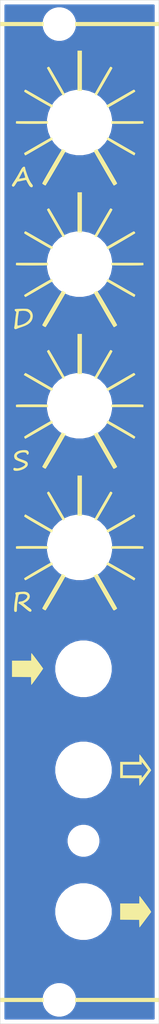
<source format=kicad_pcb>
(kicad_pcb (version 20171130) (host pcbnew "(5.1.10)-1")

  (general
    (thickness 1.6)
    (drawings 4)
    (tracks 0)
    (zones 0)
    (modules 11)
    (nets 1)
  )

  (page A4)
  (layers
    (0 F.Cu signal)
    (31 B.Cu signal)
    (32 B.Adhes user)
    (33 F.Adhes user)
    (34 B.Paste user)
    (35 F.Paste user)
    (36 B.SilkS user)
    (37 F.SilkS user)
    (38 B.Mask user)
    (39 F.Mask user)
    (40 Dwgs.User user)
    (41 Cmts.User user)
    (42 Eco1.User user)
    (43 Eco2.User user)
    (44 Edge.Cuts user)
    (45 Margin user)
    (46 B.CrtYd user)
    (47 F.CrtYd user)
    (48 B.Fab user)
    (49 F.Fab user)
  )

  (setup
    (last_trace_width 0.25)
    (trace_clearance 0.2)
    (zone_clearance 0.508)
    (zone_45_only no)
    (trace_min 0.2)
    (via_size 0.8)
    (via_drill 0.4)
    (via_min_size 0.4)
    (via_min_drill 0.3)
    (uvia_size 0.3)
    (uvia_drill 0.1)
    (uvias_allowed no)
    (uvia_min_size 0.2)
    (uvia_min_drill 0.1)
    (edge_width 0.05)
    (segment_width 0.2)
    (pcb_text_width 0.3)
    (pcb_text_size 1.5 1.5)
    (mod_edge_width 0.12)
    (mod_text_size 1 1)
    (mod_text_width 0.15)
    (pad_size 1.524 1.524)
    (pad_drill 0.762)
    (pad_to_mask_clearance 0)
    (aux_axis_origin 0 0)
    (visible_elements FEFFFF7F)
    (pcbplotparams
      (layerselection 0x010a8_7fffffff)
      (usegerberextensions true)
      (usegerberattributes false)
      (usegerberadvancedattributes true)
      (creategerberjobfile false)
      (excludeedgelayer true)
      (linewidth 0.100000)
      (plotframeref false)
      (viasonmask false)
      (mode 1)
      (useauxorigin false)
      (hpglpennumber 1)
      (hpglpenspeed 20)
      (hpglpendiameter 15.000000)
      (psnegative false)
      (psa4output false)
      (plotreference true)
      (plotvalue true)
      (plotinvisibletext false)
      (padsonsilk false)
      (subtractmaskfromsilk false)
      (outputformat 1)
      (mirror false)
      (drillshape 0)
      (scaleselection 1)
      (outputdirectory "Gerber/"))
  )

  (net 0 "")

  (net_class Default "This is the default net class."
    (clearance 0.2)
    (trace_width 0.25)
    (via_dia 0.8)
    (via_drill 0.4)
    (uvia_dia 0.3)
    (uvia_drill 0.1)
  )

  (module Front:Bohrung_3.0mm locked (layer F.Cu) (tedit 60E3EDE5) (tstamp 62A48EE8)
    (at 10.5 105.525)
    (fp_text reference "" (at 0 0) (layer F.SilkS)
      (effects (font (size 1.27 1.27) (thickness 0.15)))
    )
    (fp_text value "" (at 0 0) (layer F.SilkS)
      (effects (font (size 1.27 1.27) (thickness 0.15)))
    )
    (pad "" np_thru_hole circle (at 0 0) (size 3 3) (drill 3) (layers *.Cu *.Mask))
  )

  (module Front:Bohrung_6.1mm locked (layer F.Cu) (tedit 60E3EDE5) (tstamp 62A48EBD)
    (at 10.5 114.415)
    (fp_text reference "" (at 0 0) (layer F.SilkS)
      (effects (font (size 1.27 1.27) (thickness 0.15)))
    )
    (fp_text value "" (at 0 0) (layer F.SilkS)
      (effects (font (size 1.27 1.27) (thickness 0.15)))
    )
    (pad "" np_thru_hole circle (at 0 0) (size 6.1 6.1) (drill 6.1) (layers *.Cu *.Mask))
  )

  (module Front:Bohrung_6.1mm locked (layer F.Cu) (tedit 60E3EDE5) (tstamp 62A48E88)
    (at 10.5 96.635)
    (fp_text reference "" (at 0 0) (layer F.SilkS)
      (effects (font (size 1.27 1.27) (thickness 0.15)))
    )
    (fp_text value "" (at 0 0) (layer F.SilkS)
      (effects (font (size 1.27 1.27) (thickness 0.15)))
    )
    (pad "" np_thru_hole circle (at 0 0) (size 6.1 6.1) (drill 6.1) (layers *.Cu *.Mask))
  )

  (module Front:Bohrung_6.1mm locked (layer F.Cu) (tedit 60E3EDE5) (tstamp 62A48E64)
    (at 10.5 83.935)
    (fp_text reference "" (at 0 0) (layer F.SilkS)
      (effects (font (size 1.27 1.27) (thickness 0.15)))
    )
    (fp_text value "" (at 0 0) (layer F.SilkS)
      (effects (font (size 1.27 1.27) (thickness 0.15)))
    )
    (pad "" np_thru_hole circle (at 0 0) (size 6.1 6.1) (drill 6.1) (layers *.Cu *.Mask))
  )

  (module Front:Bohrung_7.2mm locked (layer F.Cu) (tedit 60E3EDE5) (tstamp 62A48E36)
    (at 10 68.695)
    (fp_text reference "" (at 0 0) (layer F.SilkS)
      (effects (font (size 1.27 1.27) (thickness 0.15)))
    )
    (fp_text value "" (at 0 0) (layer F.SilkS)
      (effects (font (size 1.27 1.27) (thickness 0.15)))
    )
    (pad "" np_thru_hole circle (at 0 0) (size 7.2 7.2) (drill 7.2) (layers *.Cu *.Mask))
  )

  (module Front:Bohrung_7.2mm locked (layer F.Cu) (tedit 60E3EDE5) (tstamp 62A48E12)
    (at 10 50.915)
    (fp_text reference "" (at 0 0) (layer F.SilkS)
      (effects (font (size 1.27 1.27) (thickness 0.15)))
    )
    (fp_text value "" (at 0 0) (layer F.SilkS)
      (effects (font (size 1.27 1.27) (thickness 0.15)))
    )
    (pad "" np_thru_hole circle (at 0 0) (size 7.2 7.2) (drill 7.2) (layers *.Cu *.Mask))
  )

  (module Front:Bohrung_7.2mm locked (layer F.Cu) (tedit 60E3EDE5) (tstamp 62A48DEE)
    (at 10 33.135)
    (fp_text reference "" (at 0 0) (layer F.SilkS)
      (effects (font (size 1.27 1.27) (thickness 0.15)))
    )
    (fp_text value "" (at 0 0) (layer F.SilkS)
      (effects (font (size 1.27 1.27) (thickness 0.15)))
    )
    (pad "" np_thru_hole circle (at 0 0) (size 7.2 7.2) (drill 7.2) (layers *.Cu *.Mask))
  )

  (module Front:Bohrung_7.2mm locked (layer F.Cu) (tedit 60E3EDE5) (tstamp 62A48DC7)
    (at 10 15.355)
    (fp_text reference "" (at 0 0) (layer F.SilkS)
      (effects (font (size 1.27 1.27) (thickness 0.15)))
    )
    (fp_text value "" (at 0 0) (layer F.SilkS)
      (effects (font (size 1.27 1.27) (thickness 0.15)))
    )
    (pad "" np_thru_hole circle (at 0 0) (size 7.2 7.2) (drill 7.2) (layers *.Cu *.Mask))
  )

  (module Front:Bohrung_3.2mm locked (layer F.Cu) (tedit 60E3EDE5) (tstamp 62A48D87)
    (at 7.45 125.5)
    (fp_text reference "" (at 0 0) (layer F.SilkS)
      (effects (font (size 1.27 1.27) (thickness 0.15)))
    )
    (fp_text value "" (at 0 0) (layer F.SilkS)
      (effects (font (size 1.27 1.27) (thickness 0.15)))
    )
    (pad "" np_thru_hole circle (at 0 0) (size 3.2 3.2) (drill 3.2) (layers *.Cu *.Mask))
  )

  (module Front:Bohrung_3.2mm locked (layer F.Cu) (tedit 60E3EDE5) (tstamp 62A48D60)
    (at 7.45 3)
    (fp_text reference "" (at 0 0) (layer F.SilkS)
      (effects (font (size 1.27 1.27) (thickness 0.15)))
    )
    (fp_text value "" (at 0 0) (layer F.SilkS)
      (effects (font (size 1.27 1.27) (thickness 0.15)))
    )
    (pad "" np_thru_hole circle (at 0 0) (size 3.2 3.2) (drill 3.2) (layers *.Cu *.Mask))
  )

  (module Front:Front locked (layer F.Cu) (tedit 0) (tstamp 62A48BF1)
    (at 10 64.25)
    (fp_text reference G*** (at 0 0) (layer F.SilkS) hide
      (effects (font (size 1.524 1.524) (thickness 0.3)))
    )
    (fp_text value LOGO (at 0.75 0) (layer F.SilkS) hide
      (effects (font (size 1.524 1.524) (thickness 0.3)))
    )
    (fp_poly (pts (xy -4.529666 61.510333) (xy -9.990666 61.510333) (xy -9.990666 61.002333) (xy -4.529666 61.002333)
      (xy -4.529666 61.510333)) (layer F.SilkS) (width 0.01))
    (fp_poly (pts (xy 10.033 61.510333) (xy -0.550333 61.510333) (xy -0.550333 61.002333) (xy 10.033 61.002333)
      (xy 10.033 61.510333)) (layer F.SilkS) (width 0.01))
    (fp_poly (pts (xy 7.590794 48.225226) (xy 7.629929 48.272764) (xy 7.712576 48.378888) (xy 7.831648 48.534298)
      (xy 7.980057 48.729696) (xy 8.150717 48.955783) (xy 8.33654 49.20326) (xy 8.354511 49.22726)
      (xy 8.596074 49.553537) (xy 8.784249 49.815674) (xy 8.918878 50.013435) (xy 8.999799 50.14658)
      (xy 9.026853 50.214874) (xy 9.024956 50.222093) (xy 8.990493 50.267651) (xy 8.912198 50.371777)
      (xy 8.79698 50.525261) (xy 8.65175 50.718893) (xy 8.483417 50.943464) (xy 8.298891 51.189764)
      (xy 8.281675 51.21275) (xy 8.097529 51.457736) (xy 7.929952 51.678999) (xy 7.785584 51.867907)
      (xy 7.671064 52.015829) (xy 7.593032 52.114132) (xy 7.558128 52.154184) (xy 7.557155 52.154666)
      (xy 7.548587 52.115154) (xy 7.539743 52.007881) (xy 7.531725 51.849741) (xy 7.526137 51.678416)
      (xy 7.514167 51.202166) (xy 6.31825 51.190924) (xy 5.122334 51.179681) (xy 5.122334 49.149)
      (xy 7.535334 49.149) (xy 7.535334 48.659142) (xy 7.53682 48.448278) (xy 7.542218 48.311027)
      (xy 7.552936 48.23637) (xy 7.570382 48.213291) (xy 7.590794 48.225226)) (layer F.SilkS) (width 0.01))
    (fp_poly (pts (xy 7.591153 30.445226) (xy 7.630384 30.492768) (xy 7.713116 30.598898) (xy 7.832258 30.754315)
      (xy 7.980718 30.949718) (xy 8.151405 31.175807) (xy 8.337227 31.42328) (xy 8.355034 31.447062)
      (xy 8.597392 31.774417) (xy 8.785704 32.036761) (xy 8.920039 32.234197) (xy 9.000469 32.366829)
      (xy 9.027062 32.43476) (xy 9.025121 32.441895) (xy 8.990613 32.487507) (xy 8.912276 32.591684)
      (xy 8.79702 32.745214) (xy 8.651758 32.938885) (xy 8.483402 33.163485) (xy 8.298863 33.409802)
      (xy 8.281675 33.43275) (xy 8.097529 33.677736) (xy 7.929952 33.898999) (xy 7.785584 34.087907)
      (xy 7.671064 34.235829) (xy 7.593032 34.334132) (xy 7.558128 34.374184) (xy 7.557155 34.374666)
      (xy 7.548587 34.335154) (xy 7.539743 34.227881) (xy 7.531725 34.069741) (xy 7.526137 33.898416)
      (xy 7.514167 33.422166) (xy 6.31825 33.410924) (xy 5.122334 33.399681) (xy 5.122334 31.707666)
      (xy 5.461 31.707666) (xy 5.461 33.062333) (xy 7.831667 33.062333) (xy 7.831667 33.2105)
      (xy 7.841003 33.308451) (xy 7.863958 33.357393) (xy 7.868822 33.358666) (xy 7.906223 33.326564)
      (xy 7.983665 33.238356) (xy 8.091087 33.106191) (xy 8.21843 32.942215) (xy 8.268588 32.875906)
      (xy 8.631199 32.393145) (xy 8.271623 31.912822) (xy 8.139638 31.739176) (xy 8.023561 31.591426)
      (xy 7.933623 31.482225) (xy 7.880054 31.424227) (xy 7.871857 31.418388) (xy 7.845755 31.445804)
      (xy 7.832202 31.531476) (xy 7.831667 31.555972) (xy 7.831667 31.707666) (xy 5.461 31.707666)
      (xy 5.122334 31.707666) (xy 5.122334 31.369) (xy 7.535334 31.369) (xy 7.535334 30.879142)
      (xy 7.5368 30.668406) (xy 7.54215 30.531217) (xy 7.55281 30.456492) (xy 7.570205 30.433148)
      (xy 7.591153 30.445226)) (layer F.SilkS) (width 0.01))
    (fp_poly (pts (xy -6.015 17.757977) (xy -5.936275 17.855563) (xy -5.823414 17.999881) (xy -5.684481 18.180229)
      (xy -5.52754 18.385908) (xy -5.360656 18.606217) (xy -5.191892 18.830456) (xy -5.029312 19.047924)
      (xy -4.88098 19.247922) (xy -4.754962 19.419748) (xy -4.659319 19.552703) (xy -4.602118 19.636086)
      (xy -4.589745 19.657483) (xy -4.610354 19.698768) (xy -4.674176 19.797531) (xy -4.773732 19.943442)
      (xy -4.901538 20.126167) (xy -5.050115 20.335375) (xy -5.21198 20.560732) (xy -5.379652 20.791907)
      (xy -5.54565 21.018567) (xy -5.702493 21.23038) (xy -5.842699 21.417014) (xy -5.958786 21.568136)
      (xy -6.043274 21.673413) (xy -6.077423 21.712079) (xy -6.084462 21.679043) (xy -6.092019 21.577089)
      (xy -6.099194 21.421953) (xy -6.105092 21.229374) (xy -6.105191 21.225246) (xy -6.117166 20.722166)
      (xy -7.313083 20.710924) (xy -8.509 20.699681) (xy -8.509 18.669) (xy -6.096 18.669)
      (xy -6.096 18.179668) (xy -6.092634 17.945261) (xy -6.082422 17.793458) (xy -6.06519 17.722458)
      (xy -6.051526 17.717823) (xy -6.015 17.757977)) (layer F.SilkS) (width 0.01))
    (fp_poly (pts (xy -6.854997 10.012246) (xy -6.612118 10.077555) (xy -6.429779 10.195528) (xy -6.312937 10.361252)
      (xy -6.26655 10.569814) (xy -6.265957 10.596018) (xy -6.306517 10.811281) (xy -6.426603 11.014582)
      (xy -6.621275 11.199766) (xy -6.875737 11.355782) (xy -7.083974 11.459944) (xy -6.757725 11.719203)
      (xy -6.591191 11.849387) (xy -6.424865 11.975806) (xy -6.285886 12.077955) (xy -6.242571 12.108431)
      (xy -6.108742 12.226372) (xy -6.052192 12.339745) (xy -6.074941 12.442467) (xy -6.116617 12.487877)
      (xy -6.171497 12.517498) (xy -6.23899 12.517284) (xy -6.328103 12.482034) (xy -6.447846 12.406548)
      (xy -6.607228 12.285624) (xy -6.815259 12.114062) (xy -6.923381 12.022171) (xy -7.112579 11.864703)
      (xy -7.287834 11.726744) (xy -7.435863 11.618152) (xy -7.543387 11.548786) (xy -7.58825 11.528669)
      (xy -7.67791 11.487145) (xy -7.704018 11.435291) (xy -7.680597 11.333193) (xy -7.60419 11.271943)
      (xy -7.462034 11.242999) (xy -7.411742 11.239663) (xy -7.218303 11.204373) (xy -7.027334 11.124824)
      (xy -6.853143 11.013105) (xy -6.710036 10.881305) (xy -6.612319 10.741512) (xy -6.574301 10.605816)
      (xy -6.583268 10.53963) (xy -6.661038 10.426692) (xy -6.803938 10.342405) (xy -6.99498 10.2948)
      (xy -7.117291 10.287158) (xy -7.372604 10.29832) (xy -7.548359 10.332508) (xy -7.646601 10.39018)
      (xy -7.65972 10.409116) (xy -7.692512 10.504393) (xy -7.729247 10.666363) (xy -7.767405 10.877298)
      (xy -7.804468 11.119472) (xy -7.837916 11.375158) (xy -7.865231 11.626629) (xy -7.883894 11.856158)
      (xy -7.891329 12.039112) (xy -7.894615 12.243285) (xy -7.90157 12.378434) (xy -7.91503 12.460199)
      (xy -7.937835 12.504217) (xy -7.972821 12.526129) (xy -7.98018 12.528779) (xy -8.085428 12.54546)
      (xy -8.137197 12.541246) (xy -8.198603 12.487502) (xy -8.238126 12.374506) (xy -8.246546 12.251016)
      (xy -8.241146 12.061627) (xy -8.223636 11.823673) (xy -8.195729 11.554484) (xy -8.159138 11.271392)
      (xy -8.115573 10.991729) (xy -8.084826 10.822567) (xy -8.045187 10.591527) (xy -8.030325 10.436077)
      (xy -8.040454 10.35866) (xy -8.043895 10.354171) (xy -8.086964 10.265722) (xy -8.07418 10.171366)
      (xy -8.013097 10.107046) (xy -7.990416 10.099715) (xy -7.810448 10.069585) (xy -7.592726 10.043234)
      (xy -7.362205 10.022584) (xy -7.143841 10.009559) (xy -6.962588 10.006079) (xy -6.854997 10.012246)) (layer F.SilkS) (width 0.01))
    (fp_poly (pts (xy -2.137232 7.807471) (xy -2.037232 7.85434) (xy -1.926797 7.920419) (xy -1.83259 7.989309)
      (xy -1.781272 8.044614) (xy -1.778219 8.055701) (xy -1.799003 8.105376) (xy -1.858165 8.219267)
      (xy -1.951106 8.389489) (xy -2.073229 8.608158) (xy -2.219937 8.867387) (xy -2.386634 9.159293)
      (xy -2.568721 9.475991) (xy -2.761602 9.809596) (xy -2.960679 10.152223) (xy -3.161356 10.495987)
      (xy -3.359035 10.833004) (xy -3.549119 11.155388) (xy -3.72701 11.455255) (xy -3.888112 11.724721)
      (xy -4.027827 11.9559) (xy -4.141559 12.140907) (xy -4.224709 12.271858) (xy -4.272681 12.340868)
      (xy -4.281787 12.349666) (xy -4.349329 12.334571) (xy -4.45661 12.2855) (xy -4.519083 12.250117)
      (xy -4.622926 12.180125) (xy -4.687925 12.122746) (xy -4.699 12.10287) (xy -4.678358 12.057624)
      (xy -4.619483 11.947587) (xy -4.526947 11.780641) (xy -4.405326 11.564671) (xy -4.259194 11.307559)
      (xy -4.093125 11.017189) (xy -3.911693 10.701445) (xy -3.719473 10.368209) (xy -3.521038 10.025366)
      (xy -3.320962 9.680799) (xy -3.123821 9.342391) (xy -2.934188 9.018025) (xy -2.756638 8.715586)
      (xy -2.595744 8.442956) (xy -2.456081 8.208018) (xy -2.342223 8.018657) (xy -2.258744 7.882755)
      (xy -2.210219 7.808197) (xy -2.200136 7.796209) (xy -2.137232 7.807471)) (layer F.SilkS) (width 0.01))
    (fp_poly (pts (xy 2.277157 7.810961) (xy 2.308217 7.858681) (xy 2.37597 7.971075) (xy 2.475866 8.140216)
      (xy 2.603357 8.358177) (xy 2.753893 8.61703) (xy 2.922925 8.908848) (xy 3.105903 9.225704)
      (xy 3.298278 9.55967) (xy 3.495501 9.90282) (xy 3.693021 10.247225) (xy 3.886291 10.584959)
      (xy 4.070761 10.908094) (xy 4.241881 11.208703) (xy 4.395101 11.478858) (xy 4.525874 11.710633)
      (xy 4.629648 11.8961) (xy 4.701876 12.027331) (xy 4.738007 12.0964) (xy 4.741334 12.104837)
      (xy 4.707654 12.146978) (xy 4.624112 12.209922) (xy 4.516946 12.277373) (xy 4.4124 12.333034)
      (xy 4.336714 12.360609) (xy 4.328317 12.361333) (xy 4.278687 12.328285) (xy 4.213839 12.246545)
      (xy 4.199432 12.22375) (xy 4.150272 12.140693) (xy 4.06575 11.995971) (xy 3.950713 11.797997)
      (xy 3.81001 11.555186) (xy 3.648487 11.275953) (xy 3.470992 10.968711) (xy 3.282373 10.641875)
      (xy 3.087477 10.303861) (xy 2.891152 9.963082) (xy 2.698246 9.627952) (xy 2.513605 9.306888)
      (xy 2.342079 9.008302) (xy 2.188513 8.740609) (xy 2.057756 8.512224) (xy 1.954655 8.331562)
      (xy 1.884058 8.207037) (xy 1.850812 8.147063) (xy 1.850342 8.146152) (xy 1.783654 8.016138)
      (xy 2.012005 7.892614) (xy 2.159485 7.822848) (xy 2.252351 7.801426) (xy 2.277157 7.810961)) (layer F.SilkS) (width 0.01))
    (fp_poly (pts (xy -3.490451 6.343249) (xy -3.432421 6.423944) (xy -3.419893 6.448422) (xy -3.351378 6.592098)
      (xy -5.009439 7.545864) (xy -5.354292 7.744102) (xy -5.678865 7.930428) (xy -5.975311 8.100354)
      (xy -6.235779 8.249395) (xy -6.452423 8.373062) (xy -6.617394 8.466869) (xy -6.722843 8.526328)
      (xy -6.758423 8.545822) (xy -6.831889 8.567728) (xy -6.887684 8.529832) (xy -6.917173 8.488496)
      (xy -6.966368 8.395241) (xy -6.983526 8.330572) (xy -6.947984 8.301713) (xy -6.847679 8.236023)
      (xy -6.691387 8.138635) (xy -6.487881 8.01468) (xy -6.245936 7.869291) (xy -5.974327 7.707598)
      (xy -5.681827 7.534734) (xy -5.377212 7.35583) (xy -5.069255 7.176019) (xy -4.766732 7.000432)
      (xy -4.478415 6.8342) (xy -4.213081 6.682456) (xy -3.979503 6.550332) (xy -3.786456 6.442959)
      (xy -3.642713 6.365469) (xy -3.55705 6.322994) (xy -3.540331 6.316789) (xy -3.490451 6.343249)) (layer F.SilkS) (width 0.01))
    (fp_poly (pts (xy 3.63059 6.339775) (xy 3.74296 6.400851) (xy 3.913596 6.495768) (xy 4.13497 6.620278)
      (xy 4.399555 6.770133) (xy 4.699823 6.941086) (xy 5.028246 7.128888) (xy 5.330712 7.3025)
      (xy 5.735086 7.536357) (xy 6.092325 7.745715) (xy 6.398145 7.927952) (xy 6.648265 8.080446)
      (xy 6.838403 8.200576) (xy 6.964275 8.285719) (xy 7.021601 8.333255) (xy 7.024793 8.339666)
      (xy 7.000864 8.418272) (xy 6.950841 8.50012) (xy 6.876232 8.597075) (xy 5.798199 7.976873)
      (xy 5.480506 7.794174) (xy 5.147588 7.602848) (xy 4.817707 7.413381) (xy 4.509126 7.23626)
      (xy 4.240108 7.081971) (xy 4.055945 6.97647) (xy 3.391723 6.596269) (xy 3.461232 6.450508)
      (xy 3.518426 6.359685) (xy 3.573201 6.317023) (xy 3.584014 6.316789) (xy 3.63059 6.339775)) (layer F.SilkS) (width 0.01))
    (fp_poly (pts (xy -5.525398 4.275826) (xy -5.138189 4.276478) (xy -4.82143 4.277884) (xy -4.568016 4.280305)
      (xy -4.370839 4.284) (xy -4.22279 4.289232) (xy -4.116763 4.296259) (xy -4.04565 4.305344)
      (xy -4.002344 4.316746) (xy -3.979737 4.330726) (xy -3.970721 4.347546) (xy -3.970219 4.34975)
      (xy -3.965065 4.452405) (xy -3.97205 4.519083) (xy -3.989203 4.614333) (xy -7.99113 4.614333)
      (xy -8.008283 4.519083) (xy -8.015746 4.408204) (xy -8.010114 4.34975) (xy -8.002244 4.332575)
      (xy -7.981627 4.31827) (xy -7.941158 4.306574) (xy -7.873729 4.297228) (xy -7.772232 4.289969)
      (xy -7.629559 4.284538) (xy -7.438603 4.280673) (xy -7.192257 4.278114) (xy -6.883414 4.276601)
      (xy -6.504965 4.275872) (xy -6.049804 4.275668) (xy -5.990167 4.275666) (xy -5.525398 4.275826)) (layer F.SilkS) (width 0.01))
    (fp_poly (pts (xy 6.497269 4.275826) (xy 6.884478 4.276478) (xy 7.201236 4.277884) (xy 7.45465 4.280305)
      (xy 7.651828 4.284) (xy 7.799877 4.289232) (xy 7.905904 4.296259) (xy 7.977017 4.305344)
      (xy 8.020323 4.316746) (xy 8.04293 4.330726) (xy 8.051945 4.347546) (xy 8.052448 4.34975)
      (xy 8.057602 4.452405) (xy 8.050617 4.519083) (xy 8.033463 4.614333) (xy 4.031537 4.614333)
      (xy 4.014384 4.519083) (xy 4.00692 4.408204) (xy 4.012553 4.34975) (xy 4.020423 4.332575)
      (xy 4.041039 4.31827) (xy 4.081508 4.306574) (xy 4.148938 4.297228) (xy 4.250435 4.289969)
      (xy 4.393108 4.284538) (xy 4.584063 4.280673) (xy 4.830409 4.278114) (xy 5.139253 4.276601)
      (xy 5.517702 4.275872) (xy 5.972863 4.275668) (xy 6.0325 4.275666) (xy 6.497269 4.275826)) (layer F.SilkS) (width 0.01))
    (fp_poly (pts (xy -5.925453 0.816083) (xy -5.607272 0.999076) (xy -5.251794 1.203681) (xy -4.885637 1.414567)
      (xy -4.535415 1.616403) (xy -4.227745 1.793861) (xy -4.184279 1.818948) (xy -3.352059 2.299327)
      (xy -3.419537 2.44083) (xy -3.474565 2.532559) (xy -3.524333 2.578505) (xy -3.53209 2.579807)
      (xy -3.57689 2.558748) (xy -3.687492 2.499422) (xy -3.856449 2.406024) (xy -4.076312 2.282748)
      (xy -4.339635 2.133788) (xy -4.638971 1.963338) (xy -4.96687 1.775593) (xy -5.279803 1.595557)
      (xy -5.68676 1.359558) (xy -6.045951 1.148503) (xy -6.353205 0.964952) (xy -6.604351 0.811463)
      (xy -6.795219 0.690597) (xy -6.921639 0.604914) (xy -6.979441 0.556972) (xy -6.982778 0.550333)
      (xy -6.958603 0.471642) (xy -6.908761 0.390215) (xy -6.834406 0.293597) (xy -5.925453 0.816083)) (layer F.SilkS) (width 0.01))
    (fp_poly (pts (xy 6.951095 0.390215) (xy 7.005958 0.482513) (xy 7.025101 0.550333) (xy 6.988661 0.586487)
      (xy 6.88229 0.661072) (xy 6.710147 0.771538) (xy 6.476391 0.91534) (xy 6.185181 1.089928)
      (xy 5.840675 1.292756) (xy 5.447032 1.521275) (xy 5.332082 1.5875) (xy 4.985359 1.786538)
      (xy 4.660208 1.972413) (xy 4.364163 2.140872) (xy 4.104758 2.287667) (xy 3.889526 2.408544)
      (xy 3.726002 2.499255) (xy 3.621719 2.555547) (xy 3.585076 2.57321) (xy 3.533534 2.54674)
      (xy 3.474729 2.466023) (xy 3.462566 2.44229) (xy 3.394392 2.299327) (xy 4.226613 1.818948)
      (xy 4.525012 1.646809) (xy 4.870218 1.44784) (xy 5.235616 1.237372) (xy 5.594588 1.030733)
      (xy 5.920519 0.843255) (xy 5.967786 0.816083) (xy 6.876739 0.293597) (xy 6.951095 0.390215)) (layer F.SilkS) (width 0.01))
    (fp_poly (pts (xy -3.884828 -2.563642) (xy -3.855768 -2.544664) (xy -3.817405 -2.502075) (xy -3.765905 -2.430244)
      (xy -3.697435 -2.323541) (xy -3.608162 -2.176336) (xy -3.494253 -1.982996) (xy -3.351875 -1.737892)
      (xy -3.177194 -1.435393) (xy -2.966378 -1.069868) (xy -2.777372 -0.742542) (xy -1.824159 0.90675)
      (xy -1.938663 0.982263) (xy -2.030908 1.03506) (xy -2.095152 1.058025) (xy -2.096238 1.058054)
      (xy -2.125588 1.022581) (xy -2.192576 0.920903) (xy -2.2928 0.760311) (xy -2.421862 0.548094)
      (xy -2.575362 0.291542) (xy -2.7489 -0.002056) (xy -2.938076 -0.32541) (xy -3.105836 -0.614666)
      (xy -3.30494 -0.960248) (xy -3.491129 -1.285231) (xy -3.660054 -1.581895) (xy -3.807367 -1.842518)
      (xy -3.92872 -2.05938) (xy -4.019763 -2.22476) (xy -4.07615 -2.330936) (xy -4.093446 -2.368293)
      (xy -4.083242 -2.44126) (xy -4.002106 -2.506738) (xy -3.984693 -2.516062) (xy -3.954517 -2.53522)
      (xy -3.930369 -2.553289) (xy -3.908417 -2.56464) (xy -3.884828 -2.563642)) (layer F.SilkS) (width 0.01))
    (fp_poly (pts (xy 4.014759 -2.528084) (xy 4.095094 -2.471946) (xy 4.137475 -2.401442) (xy 4.136655 -2.371638)
      (xy 4.109825 -2.31244) (xy 4.04606 -2.1916) (xy 3.950484 -2.017906) (xy 3.828219 -1.800145)
      (xy 3.684389 -1.547105) (xy 3.524117 -1.267575) (xy 3.352526 -0.970343) (xy 3.17474 -0.664196)
      (xy 2.995881 -0.357923) (xy 2.821074 -0.060311) (xy 2.65544 0.219852) (xy 2.504105 0.473777)
      (xy 2.372189 0.692677) (xy 2.264818 0.867764) (xy 2.187114 0.99025) (xy 2.144201 1.051346)
      (xy 2.138027 1.056638) (xy 2.073366 1.036693) (xy 1.978485 0.991472) (xy 1.900659 0.939491)
      (xy 1.88814 0.887444) (xy 1.910964 0.834417) (xy 1.951599 0.761041) (xy 2.027518 0.62728)
      (xy 2.133483 0.442164) (xy 2.264256 0.214725) (xy 2.4146 -0.046008) (xy 2.579277 -0.331004)
      (xy 2.753049 -0.631232) (xy 2.930677 -0.937661) (xy 3.106925 -1.241262) (xy 3.276554 -1.533003)
      (xy 3.434326 -1.803854) (xy 3.575004 -2.044784) (xy 3.693349 -2.246763) (xy 3.784124 -2.40076)
      (xy 3.842091 -2.497745) (xy 3.861393 -2.528302) (xy 3.92676 -2.552617) (xy 4.014759 -2.528084)) (layer F.SilkS) (width 0.01))
    (fp_poly (pts (xy 0.296334 0.465666) (xy -0.254 0.465666) (xy -0.254 -4.572) (xy 0.296334 -4.572)
      (xy 0.296334 0.465666)) (layer F.SilkS) (width 0.01))
    (fp_poly (pts (xy -6.829124 -7.764577) (xy -6.699903 -7.751731) (xy -6.609364 -7.725069) (xy -6.534604 -7.68043)
      (xy -6.533097 -7.679314) (xy -6.430061 -7.557897) (xy -6.398216 -7.412367) (xy -6.433546 -7.283427)
      (xy -6.498568 -7.215427) (xy -6.574666 -7.197409) (xy -6.632468 -7.229798) (xy -6.646333 -7.280358)
      (xy -6.682801 -7.37884) (xy -6.781769 -7.445746) (xy -6.927579 -7.48206) (xy -7.104577 -7.488767)
      (xy -7.297107 -7.466854) (xy -7.489513 -7.417303) (xy -7.666139 -7.341101) (xy -7.811329 -7.239233)
      (xy -7.845423 -7.204916) (xy -7.908309 -7.08159) (xy -7.894248 -6.95022) (xy -7.807017 -6.828295)
      (xy -7.755405 -6.788036) (xy -7.648679 -6.730389) (xy -7.490772 -6.661554) (xy -7.311692 -6.594366)
      (xy -7.268572 -6.579806) (xy -6.994081 -6.483029) (xy -6.792744 -6.394781) (xy -6.654607 -6.307407)
      (xy -6.569717 -6.21325) (xy -6.528124 -6.104655) (xy -6.519333 -6.003473) (xy -6.535511 -5.880869)
      (xy -6.594396 -5.767726) (xy -6.672725 -5.672458) (xy -6.849561 -5.52063) (xy -7.078249 -5.388191)
      (xy -7.338394 -5.281162) (xy -7.609599 -5.205566) (xy -7.87147 -5.167428) (xy -8.103609 -5.172769)
      (xy -8.244416 -5.20832) (xy -8.319413 -5.278155) (xy -8.339328 -5.386567) (xy -8.301453 -5.498117)
      (xy -8.265565 -5.529554) (xy -8.19979 -5.534116) (xy -8.081386 -5.512277) (xy -8.044065 -5.50351)
      (xy -7.904688 -5.476671) (xy -7.784643 -5.475055) (xy -7.644458 -5.500281) (xy -7.553991 -5.523598)
      (xy -7.347377 -5.594153) (xy -7.152373 -5.686555) (xy -6.990292 -5.788636) (xy -6.882443 -5.888227)
      (xy -6.862372 -5.918498) (xy -6.845658 -5.985121) (xy -6.876511 -6.04788) (xy -6.963208 -6.11265)
      (xy -7.11403 -6.185306) (xy -7.337253 -6.271721) (xy -7.383734 -6.288466) (xy -7.650885 -6.387153)
      (xy -7.84903 -6.46933) (xy -7.990489 -6.542026) (xy -8.087584 -6.612269) (xy -8.152639 -6.687087)
      (xy -8.185674 -6.74587) (xy -8.246255 -6.956077) (xy -8.229052 -7.154217) (xy -8.14072 -7.334458)
      (xy -7.987914 -7.490967) (xy -7.777286 -7.617911) (xy -7.51549 -7.709458) (xy -7.209182 -7.759774)
      (xy -7.01993 -7.767768) (xy -6.829124 -7.764577)) (layer F.SilkS) (width 0.01))
    (fp_poly (pts (xy -2.053814 -9.932268) (xy -1.966342 -9.889395) (xy -1.73452 -9.768021) (xy -1.879589 -9.508927)
      (xy -2.043679 -9.217726) (xy -2.226144 -8.89718) (xy -2.422616 -8.554697) (xy -2.628731 -8.197688)
      (xy -2.840123 -7.83356) (xy -3.052425 -7.469723) (xy -3.261272 -7.113587) (xy -3.462298 -6.772559)
      (xy -3.651137 -6.454048) (xy -3.823423 -6.165465) (xy -3.97479 -5.914218) (xy -4.100874 -5.707715)
      (xy -4.197306 -5.553366) (xy -4.259723 -5.45858) (xy -4.282953 -5.430334) (xy -4.349765 -5.445411)
      (xy -4.45655 -5.494433) (xy -4.519083 -5.529883) (xy -4.622964 -5.600205) (xy -4.687957 -5.658364)
      (xy -4.699 -5.678763) (xy -4.678521 -5.720837) (xy -4.620122 -5.828224) (xy -4.528353 -5.992993)
      (xy -4.407768 -6.207216) (xy -4.26292 -6.462962) (xy -4.098361 -6.752302) (xy -3.918644 -7.067307)
      (xy -3.728322 -7.400047) (xy -3.531947 -7.742592) (xy -3.334073 -8.087014) (xy -3.139252 -8.425381)
      (xy -2.952036 -8.749765) (xy -2.776979 -9.052236) (xy -2.618633 -9.324865) (xy -2.481551 -9.559722)
      (xy -2.370285 -9.748878) (xy -2.289389 -9.884402) (xy -2.243415 -9.958366) (xy -2.235796 -9.968968)
      (xy -2.174817 -9.975311) (xy -2.053814 -9.932268)) (layer F.SilkS) (width 0.01))
    (fp_poly (pts (xy 2.277709 -9.968968) (xy 2.308561 -9.921653) (xy 2.376149 -9.809631) (xy 2.475919 -9.640832)
      (xy 2.603319 -9.423184) (xy 2.753794 -9.164618) (xy 2.922791 -8.873062) (xy 3.105756 -8.556445)
      (xy 3.298137 -8.222696) (xy 3.495379 -7.879744) (xy 3.69293 -7.535518) (xy 3.886236 -7.197948)
      (xy 4.070744 -6.874962) (xy 4.241899 -6.57449) (xy 4.395149 -6.30446) (xy 4.525941 -6.072801)
      (xy 4.62972 -5.887443) (xy 4.701934 -5.756315) (xy 4.738029 -5.687346) (xy 4.741334 -5.678957)
      (xy 4.707752 -5.637719) (xy 4.624338 -5.575011) (xy 4.517085 -5.507029) (xy 4.411989 -5.449967)
      (xy 4.335044 -5.42002) (xy 4.323544 -5.418667) (xy 4.265752 -5.444926) (xy 4.261853 -5.450417)
      (xy 4.207125 -5.543779) (xy 4.117933 -5.697141) (xy 3.998995 -5.902316) (xy 3.855031 -6.151115)
      (xy 3.69076 -6.435348) (xy 3.5109 -6.746829) (xy 3.320171 -7.077367) (xy 3.123292 -7.418775)
      (xy 2.924981 -7.762863) (xy 2.729958 -8.101444) (xy 2.542942 -8.426328) (xy 2.368651 -8.729328)
      (xy 2.211805 -9.002254) (xy 2.077122 -9.236918) (xy 1.969322 -9.425132) (xy 1.893124 -9.558706)
      (xy 1.853246 -9.629453) (xy 1.849233 -9.636885) (xy 1.780513 -9.769937) (xy 2.010505 -9.890353)
      (xy 2.159645 -9.958457) (xy 2.253155 -9.978636) (xy 2.277709 -9.968968)) (layer F.SilkS) (width 0.01))
    (fp_poly (pts (xy -3.483256 -11.437876) (xy -3.430458 -11.352832) (xy -3.419732 -11.331241) (xy -3.35245 -11.190149)
      (xy -4.921393 -10.283491) (xy -5.260761 -10.087607) (xy -5.583355 -9.90184) (xy -5.880496 -9.731159)
      (xy -6.143499 -9.58053) (xy -6.363686 -9.454922) (xy -6.532373 -9.359303) (xy -6.640879 -9.298641)
      (xy -6.670117 -9.282831) (xy -6.849897 -9.188829) (xy -6.917449 -9.291925) (xy -6.966722 -9.385098)
      (xy -6.984107 -9.449428) (xy -6.94864 -9.478524) (xy -6.848374 -9.544427) (xy -6.692065 -9.642017)
      (xy -6.48847 -9.766175) (xy -6.246348 -9.911782) (xy -5.974456 -10.073719) (xy -5.681551 -10.246866)
      (xy -5.37639 -10.426104) (xy -5.067731 -10.606315) (xy -4.764331 -10.782378) (xy -4.474947 -10.949175)
      (xy -4.208338 -11.101586) (xy -3.97326 -11.234492) (xy -3.77847 -11.342774) (xy -3.632727 -11.421313)
      (xy -3.544787 -11.46499) (xy -3.523541 -11.472334) (xy -3.483256 -11.437876)) (layer F.SilkS) (width 0.01))
    (fp_poly (pts (xy 3.608907 -11.451848) (xy 3.717862 -11.393164) (xy 3.885351 -11.30044) (xy 4.103988 -11.177837)
      (xy 4.366385 -11.029513) (xy 4.665156 -10.859628) (xy 4.992912 -10.672341) (xy 5.313974 -10.488084)
      (xy 5.725706 -10.249964) (xy 6.088134 -10.037592) (xy 6.397311 -9.853386) (xy 6.649288 -9.699761)
      (xy 6.840117 -9.579135) (xy 6.965849 -9.493926) (xy 7.022537 -9.446549) (xy 7.025499 -9.440334)
      (xy 7.001023 -9.361502) (xy 6.951541 -9.280808) (xy 6.877632 -9.184782) (xy 6.116399 -9.62207)
      (xy 5.853633 -9.773119) (xy 5.539952 -9.9536) (xy 5.197763 -10.150612) (xy 4.849474 -10.351252)
      (xy 4.517492 -10.542617) (xy 4.374998 -10.624802) (xy 3.394829 -11.190245) (xy 3.462089 -11.331289)
      (xy 3.514941 -11.423409) (xy 3.559505 -11.470679) (xy 3.565875 -11.472334) (xy 3.608907 -11.451848)) (layer F.SilkS) (width 0.01))
    (fp_poly (pts (xy -5.525398 -13.504174) (xy -5.138189 -13.503522) (xy -4.82143 -13.502116) (xy -4.568016 -13.499695)
      (xy -4.370839 -13.496) (xy -4.22279 -13.490768) (xy -4.116763 -13.483741) (xy -4.04565 -13.474656)
      (xy -4.002344 -13.463254) (xy -3.979737 -13.449274) (xy -3.970721 -13.432454) (xy -3.970219 -13.43025)
      (xy -3.965065 -13.327595) (xy -3.97205 -13.260917) (xy -3.989203 -13.165667) (xy -7.99113 -13.165667)
      (xy -8.008283 -13.260917) (xy -8.015746 -13.371796) (xy -8.010114 -13.43025) (xy -8.002244 -13.447425)
      (xy -7.981627 -13.46173) (xy -7.941158 -13.473426) (xy -7.873729 -13.482772) (xy -7.772232 -13.490031)
      (xy -7.629559 -13.495462) (xy -7.438603 -13.499327) (xy -7.192257 -13.501886) (xy -6.883414 -13.503399)
      (xy -6.504965 -13.504128) (xy -6.049804 -13.504332) (xy -5.990167 -13.504334) (xy -5.525398 -13.504174)) (layer F.SilkS) (width 0.01))
    (fp_poly (pts (xy 6.497269 -13.504174) (xy 6.884478 -13.503522) (xy 7.201236 -13.502116) (xy 7.45465 -13.499695)
      (xy 7.651828 -13.496) (xy 7.799877 -13.490768) (xy 7.905904 -13.483741) (xy 7.977017 -13.474656)
      (xy 8.020323 -13.463254) (xy 8.04293 -13.449274) (xy 8.051945 -13.432454) (xy 8.052448 -13.43025)
      (xy 8.057602 -13.327595) (xy 8.050617 -13.260917) (xy 8.033463 -13.165667) (xy 4.031537 -13.165667)
      (xy 4.014384 -13.260917) (xy 4.00692 -13.371796) (xy 4.012553 -13.43025) (xy 4.020423 -13.447425)
      (xy 4.041039 -13.46173) (xy 4.081508 -13.473426) (xy 4.148938 -13.482772) (xy 4.250435 -13.490031)
      (xy 4.393108 -13.495462) (xy 4.584063 -13.499327) (xy 4.830409 -13.501886) (xy 5.139253 -13.503399)
      (xy 5.517702 -13.504128) (xy 5.972863 -13.504332) (xy 6.0325 -13.504334) (xy 6.497269 -13.504174)) (layer F.SilkS) (width 0.01))
    (fp_poly (pts (xy -6.802387 -17.451646) (xy -6.754954 -17.428856) (xy -6.641798 -17.367865) (xy -6.470452 -17.27292)
      (xy -6.248451 -17.148269) (xy -5.983327 -16.998158) (xy -5.682615 -16.826834) (xy -5.353849 -16.638546)
      (xy -5.047641 -16.462382) (xy -3.350485 -15.483973) (xy -3.41875 -15.34082) (xy -3.473925 -15.248707)
      (xy -3.523804 -15.20244) (xy -3.53209 -15.201071) (xy -3.576808 -15.222358) (xy -3.687334 -15.282019)
      (xy -3.856282 -15.375876) (xy -4.076264 -15.499752) (xy -4.339893 -15.649467) (xy -4.639782 -15.820844)
      (xy -4.968542 -16.009703) (xy -5.302329 -16.202346) (xy -7.027491 -17.200216) (xy -6.943734 -17.331358)
      (xy -6.874564 -17.414719) (xy -6.8116 -17.451837) (xy -6.802387 -17.451646)) (layer F.SilkS) (width 0.01))
    (fp_poly (pts (xy 6.892127 -17.438431) (xy 6.965066 -17.373586) (xy 7.015809 -17.281605) (xy 7.025571 -17.220573)
      (xy 6.989984 -17.191729) (xy 6.889637 -17.126051) (xy 6.733306 -17.028672) (xy 6.529765 -16.904724)
      (xy 6.287789 -16.759338) (xy 6.016153 -16.597647) (xy 5.723632 -16.424783) (xy 5.419001 -16.245877)
      (xy 5.111036 -16.066063) (xy 4.808511 -15.890471) (xy 4.5202 -15.724234) (xy 4.25488 -15.572484)
      (xy 4.021325 -15.440353) (xy 3.828309 -15.332973) (xy 3.684609 -15.255476) (xy 3.598998 -15.212994)
      (xy 3.58232 -15.20679) (xy 3.532774 -15.233287) (xy 3.474747 -15.31408) (xy 3.461655 -15.33962)
      (xy 3.39257 -15.484494) (xy 5.070254 -16.45233) (xy 5.416172 -16.651611) (xy 5.74119 -16.838322)
      (xy 6.03763 -17.008091) (xy 6.297817 -17.156546) (xy 6.514074 -17.279315) (xy 6.678725 -17.372027)
      (xy 6.784094 -17.43031) (xy 6.820937 -17.449369) (xy 6.892127 -17.438431)) (layer F.SilkS) (width 0.01))
    (fp_poly (pts (xy -3.754218 -20.204196) (xy -3.685864 -20.092089) (xy -3.586933 -19.925512) (xy -3.462579 -19.71347)
      (xy -3.317955 -19.464971) (xy -3.158216 -19.189022) (xy -2.988515 -18.894629) (xy -2.814007 -18.590798)
      (xy -2.639845 -18.286537) (xy -2.471184 -17.990851) (xy -2.313176 -17.712748) (xy -2.170977 -17.461234)
      (xy -2.049739 -17.245316) (xy -1.954618 -17.074) (xy -1.890766 -16.956294) (xy -1.863338 -16.901202)
      (xy -1.862666 -16.898644) (xy -1.895488 -16.842819) (xy -1.971046 -16.778206) (xy -2.05498 -16.731011)
      (xy -2.094336 -16.721946) (xy -2.123776 -16.757534) (xy -2.190861 -16.859322) (xy -2.291192 -17.020021)
      (xy -2.420368 -17.232343) (xy -2.573987 -17.488999) (xy -2.747649 -17.7827) (xy -2.936953 -18.106159)
      (xy -3.10559 -18.396828) (xy -3.304814 -18.742486) (xy -3.491105 -19.067479) (xy -3.660119 -19.364101)
      (xy -3.807513 -19.624649) (xy -3.928944 -19.841415) (xy -4.020068 -20.006696) (xy -4.076541 -20.112786)
      (xy -4.093939 -20.150175) (xy -4.081723 -20.223159) (xy -3.996244 -20.289939) (xy -3.98435 -20.29624)
      (xy -3.854169 -20.363559) (xy -3.754218 -20.204196)) (layer F.SilkS) (width 0.01))
    (fp_poly (pts (xy 3.989058 -20.314685) (xy 4.025925 -20.296632) (xy 4.110535 -20.239255) (xy 4.148511 -20.186577)
      (xy 4.148667 -20.184017) (xy 4.128127 -20.135108) (xy 4.069902 -20.023059) (xy 3.979086 -19.856639)
      (xy 3.860772 -19.644615) (xy 3.720054 -19.395758) (xy 3.562025 -19.118835) (xy 3.391778 -18.822616)
      (xy 3.214406 -18.515868) (xy 3.035004 -18.207361) (xy 2.858665 -17.905863) (xy 2.690481 -17.620144)
      (xy 2.535547 -17.358971) (xy 2.398956 -17.131114) (xy 2.285801 -16.94534) (xy 2.201175 -16.81042)
      (xy 2.150172 -16.735121) (xy 2.137834 -16.722208) (xy 2.075735 -16.743773) (xy 1.983797 -16.795903)
      (xy 1.979816 -16.798512) (xy 1.864131 -16.874799) (xy 2.840823 -18.56565) (xy 3.04128 -18.912208)
      (xy 3.229718 -19.23708) (xy 3.401732 -19.532735) (xy 3.552914 -19.79164) (xy 3.678857 -20.006261)
      (xy 3.775155 -20.169067) (xy 3.837401 -20.272524) (xy 3.860349 -20.308302) (xy 3.909577 -20.336368)
      (xy 3.989058 -20.314685)) (layer F.SilkS) (width 0.01))
    (fp_poly (pts (xy 0.296334 -17.314334) (xy -0.254 -17.314334) (xy -0.254 -22.352) (xy 0.296334 -22.352)
      (xy 0.296334 -17.314334)) (layer F.SilkS) (width 0.01))
    (fp_poly (pts (xy -6.853697 -25.510633) (xy -6.678167 -25.50357) (xy -6.556122 -25.49226) (xy -6.524353 -25.486019)
      (xy -6.292568 -25.38225) (xy -6.105337 -25.215069) (xy -5.971389 -24.997773) (xy -5.899452 -24.743663)
      (xy -5.892397 -24.523044) (xy -5.948213 -24.231313) (xy -6.071052 -23.9733) (xy -6.263975 -23.746175)
      (xy -6.530042 -23.54711) (xy -6.872313 -23.373277) (xy -7.293849 -23.221847) (xy -7.303221 -23.218994)
      (xy -7.492381 -23.158124) (xy -7.669518 -23.095127) (xy -7.805494 -23.040572) (xy -7.840563 -23.024125)
      (xy -8.008378 -22.957857) (xy -8.127838 -22.955768) (xy -8.205971 -23.017997) (xy -8.213776 -23.031407)
      (xy -8.238454 -23.149719) (xy -8.217511 -23.253657) (xy -8.196255 -23.350448) (xy -8.171565 -23.508235)
      (xy -8.158189 -23.613693) (xy -7.829402 -23.613693) (xy -7.827274 -23.485772) (xy -7.819316 -23.439211)
      (xy -7.797599 -23.409592) (xy -7.751168 -23.400329) (xy -7.662677 -23.412425) (xy -7.514782 -23.446882)
      (xy -7.46397 -23.459751) (xy -7.263401 -23.52032) (xy -7.055965 -23.59778) (xy -6.8871 -23.675101)
      (xy -6.717653 -23.783845) (xy -6.545853 -23.923082) (xy -6.453753 -24.014256) (xy -6.288113 -24.24269)
      (xy -6.203011 -24.467) (xy -6.198773 -24.682402) (xy -6.275721 -24.884112) (xy -6.385517 -25.022145)
      (xy -6.581399 -25.163493) (xy -6.827292 -25.243603) (xy -7.127483 -25.263497) (xy -7.331699 -25.247416)
      (xy -7.641166 -25.2095) (xy -7.7132 -24.765) (xy -7.748958 -24.521416) (xy -7.779776 -24.268022)
      (xy -7.804335 -24.021289) (xy -7.821316 -23.797689) (xy -7.829402 -23.613693) (xy -8.158189 -23.613693)
      (xy -8.146782 -23.703619) (xy -8.128682 -23.876) (xy -8.090208 -24.244925) (xy -8.048198 -24.582345)
      (xy -8.005254 -24.86863) (xy -7.975843 -25.029016) (xy -7.973416 -25.12207) (xy -8.029524 -25.17877)
      (xy -8.061261 -25.194561) (xy -8.138195 -25.261223) (xy -8.172943 -25.352515) (xy -8.157106 -25.435558)
      (xy -8.12969 -25.462456) (xy -8.063196 -25.478024) (xy -7.92933 -25.491119) (xy -7.745356 -25.501487)
      (xy -7.528541 -25.508877) (xy -7.296149 -25.513033) (xy -7.065446 -25.513703) (xy -6.853697 -25.510633)) (layer F.SilkS) (width 0.01))
    (fp_poly (pts (xy -2.107755 -27.749482) (xy -1.999348 -27.695292) (xy -1.926431 -27.652417) (xy -1.736446 -27.534168)
      (xy -2.982214 -25.377001) (xy -3.208768 -24.986181) (xy -3.423901 -24.617917) (xy -3.623738 -24.278657)
      (xy -3.804401 -23.974847) (xy -3.962012 -23.712936) (xy -4.092695 -23.49937) (xy -4.192571 -23.340598)
      (xy -4.257765 -23.243067) (xy -4.283574 -23.212979) (xy -4.350544 -23.229079) (xy -4.457907 -23.277729)
      (xy -4.519083 -23.3114) (xy -4.623392 -23.380175) (xy -4.688324 -23.437885) (xy -4.699 -23.458184)
      (xy -4.678262 -23.507932) (xy -4.619102 -23.621705) (xy -4.526104 -23.791672) (xy -4.403851 -24.010003)
      (xy -4.256924 -24.268866) (xy -4.089907 -24.56043) (xy -3.907382 -24.876864) (xy -3.713933 -25.210337)
      (xy -3.514141 -25.553018) (xy -3.312589 -25.897076) (xy -3.113861 -26.23468) (xy -2.922539 -26.557999)
      (xy -2.743205 -26.859201) (xy -2.580442 -27.130456) (xy -2.438834 -27.363933) (xy -2.322962 -27.5518)
      (xy -2.237409 -27.686227) (xy -2.186759 -27.759382) (xy -2.17535 -27.770667) (xy -2.107755 -27.749482)) (layer F.SilkS) (width 0.01))
    (fp_poly (pts (xy 2.247255 -27.735239) (xy 2.313586 -27.634176) (xy 2.412835 -27.475307) (xy 2.540417 -27.266464)
      (xy 2.69175 -27.015477) (xy 2.862249 -26.730175) (xy 3.04733 -26.41839) (xy 3.242409 -26.087953)
      (xy 3.442903 -25.746692) (xy 3.644227 -25.402439) (xy 3.841797 -25.063024) (xy 4.031031 -24.736278)
      (xy 4.207343 -24.430031) (xy 4.366149 -24.152113) (xy 4.502867 -23.910355) (xy 4.612912 -23.712587)
      (xy 4.6917 -23.56664) (xy 4.734647 -23.480344) (xy 4.741334 -23.460943) (xy 4.707786 -23.418977)
      (xy 4.624457 -23.355543) (xy 4.517323 -23.286987) (xy 4.412355 -23.229656) (xy 4.335527 -23.199894)
      (xy 4.324572 -23.198667) (xy 4.296285 -23.234308) (xy 4.229798 -23.336881) (xy 4.129014 -23.499859)
      (xy 3.997832 -23.716715) (xy 3.840153 -23.980923) (xy 3.659878 -24.285956) (xy 3.460908 -24.625287)
      (xy 3.247142 -24.99239) (xy 3.078549 -25.283584) (xy 2.855374 -25.670139) (xy 2.644045 -26.036462)
      (xy 2.448516 -26.375682) (xy 2.272739 -26.680926) (xy 2.120667 -26.945324) (xy 1.996254 -27.162003)
      (xy 1.903451 -27.324093) (xy 1.846213 -27.424721) (xy 1.829218 -27.455306) (xy 1.811168 -27.511642)
      (xy 1.835187 -27.560314) (xy 1.914801 -27.620209) (xy 1.973256 -27.656389) (xy 2.091616 -27.721762)
      (xy 2.185974 -27.763119) (xy 2.218426 -27.770667) (xy 2.247255 -27.735239)) (layer F.SilkS) (width 0.01))
    (fp_poly (pts (xy -3.477177 -29.216361) (xy -3.432373 -29.132483) (xy -3.404081 -29.036764) (xy -3.405985 -28.965266)
      (xy -3.412305 -28.955867) (xy -3.4543 -28.928845) (xy -3.560653 -28.864846) (xy -3.722328 -28.769112)
      (xy -3.930294 -28.646882) (xy -4.175517 -28.503399) (xy -4.448963 -28.343903) (xy -4.741599 -28.173634)
      (xy -5.044392 -27.997835) (xy -5.348308 -27.821746) (xy -5.644315 -27.650607) (xy -5.923378 -27.489661)
      (xy -6.176465 -27.344147) (xy -6.394543 -27.219307) (xy -6.568576 -27.120381) (xy -6.689534 -27.052612)
      (xy -6.737415 -27.026709) (xy -6.8215 -26.992355) (xy -6.874186 -27.013394) (xy -6.917331 -27.071746)
      (xy -6.966754 -27.164982) (xy -6.984394 -27.229428) (xy -6.94896 -27.258968) (xy -6.84871 -27.325276)
      (xy -6.692404 -27.423227) (xy -6.488804 -27.547701) (xy -6.246671 -27.693573) (xy -5.974766 -27.855721)
      (xy -5.68185 -28.029021) (xy -5.376684 -28.208352) (xy -5.06803 -28.388591) (xy -4.764648 -28.564613)
      (xy -4.4753 -28.731297) (xy -4.208746 -28.88352) (xy -3.973749 -29.016159) (xy -3.779069 -29.12409)
      (xy -3.633467 -29.202192) (xy -3.545704 -29.245341) (xy -3.524807 -29.252334) (xy -3.477177 -29.216361)) (layer F.SilkS) (width 0.01))
    (fp_poly (pts (xy 3.611308 -29.232021) (xy 3.716916 -29.174453) (xy 3.878153 -29.08469) (xy 4.086165 -28.96779)
      (xy 4.332099 -28.828812) (xy 4.607102 -28.672814) (xy 4.902319 -28.504855) (xy 5.208898 -28.329993)
      (xy 5.517985 -28.153287) (xy 5.820727 -27.979796) (xy 6.10827 -27.814577) (xy 6.371761 -27.662691)
      (xy 6.602346 -27.529194) (xy 6.791173 -27.419146) (xy 6.929388 -27.337606) (xy 7.008136 -27.289632)
      (xy 7.022448 -27.279809) (xy 7.019502 -27.235121) (xy 6.990397 -27.150196) (xy 6.949331 -27.059228)
      (xy 6.910501 -26.99641) (xy 6.901336 -26.98812) (xy 6.85969 -27.00485) (xy 6.752121 -27.060076)
      (xy 6.585907 -27.149753) (xy 6.368327 -27.269831) (xy 6.106659 -27.416266) (xy 5.808181 -27.585008)
      (xy 5.480172 -27.772011) (xy 5.133554 -27.971127) (xy 3.396078 -28.972863) (xy 3.462713 -29.112599)
      (xy 3.516531 -29.204303) (xy 3.563599 -29.250875) (xy 3.570182 -29.252334) (xy 3.611308 -29.232021)) (layer F.SilkS) (width 0.01))
    (fp_poly (pts (xy -3.971297 -31.164106) (xy -3.963627 -31.059186) (xy -3.97002 -30.994773) (xy -3.99794 -30.982561)
      (xy -4.076052 -30.972317) (xy -4.209121 -30.963925) (xy -4.401909 -30.95727) (xy -4.659182 -30.952235)
      (xy -4.985702 -30.948706) (xy -5.386234 -30.946566) (xy -5.865541 -30.945699) (xy -5.990166 -30.945667)
      (xy -6.488684 -30.946252) (xy -6.907305 -30.948082) (xy -7.250796 -30.951275) (xy -7.523919 -30.955945)
      (xy -7.731438 -30.962209) (xy -7.878117 -30.970182) (xy -7.96872 -30.97998) (xy -8.00801 -30.991719)
      (xy -8.010313 -30.994773) (xy -8.016621 -31.070465) (xy -8.009036 -31.164106) (xy -7.99139 -31.284334)
      (xy -3.988943 -31.284334) (xy -3.971297 -31.164106)) (layer F.SilkS) (width 0.01))
    (fp_poly (pts (xy 8.05137 -31.164106) (xy 8.05904 -31.059186) (xy 8.052647 -30.994773) (xy 8.024727 -30.982561)
      (xy 7.946614 -30.972317) (xy 7.813546 -30.963925) (xy 7.620757 -30.95727) (xy 7.363485 -30.952235)
      (xy 7.036965 -30.948706) (xy 6.636433 -30.946566) (xy 6.157126 -30.945699) (xy 6.0325 -30.945667)
      (xy 5.533983 -30.946252) (xy 5.115361 -30.948082) (xy 4.771871 -30.951275) (xy 4.498748 -30.955945)
      (xy 4.291229 -30.962209) (xy 4.14455 -30.970182) (xy 4.053947 -30.97998) (xy 4.014656 -30.991719)
      (xy 4.012354 -30.994773) (xy 4.006046 -31.070465) (xy 4.013631 -31.164106) (xy 4.031276 -31.284334)
      (xy 8.033724 -31.284334) (xy 8.05137 -31.164106)) (layer F.SilkS) (width 0.01))
    (fp_poly (pts (xy -6.727452 -35.203641) (xy -6.609975 -35.138712) (xy -6.434645 -35.040124) (xy -6.20917 -34.912259)
      (xy -5.941259 -34.759499) (xy -5.638621 -34.586228) (xy -5.308965 -34.396827) (xy -5.023862 -34.232539)
      (xy -3.34686 -33.264911) (xy -3.408795 -33.14514) (xy -3.462941 -33.054359) (xy -3.506794 -33.003084)
      (xy -3.507116 -33.002883) (xy -3.552358 -33.016896) (xy -3.66033 -33.068177) (xy -3.82067 -33.151255)
      (xy -4.023018 -33.26066) (xy -4.257014 -33.390922) (xy -4.449333 -33.500328) (xy -4.944529 -33.784696)
      (xy -5.371198 -34.030062) (xy -5.734347 -34.239396) (xy -6.038982 -34.415664) (xy -6.29011 -34.561834)
      (xy -6.492736 -34.680874) (xy -6.651867 -34.775753) (xy -6.772509 -34.849437) (xy -6.859668 -34.904896)
      (xy -6.91835 -34.945096) (xy -6.953563 -34.973005) (xy -6.970312 -34.991592) (xy -6.972658 -34.996233)
      (xy -6.967005 -35.069716) (xy -6.926088 -35.156772) (xy -6.855343 -35.230352) (xy -6.779366 -35.230529)
      (xy -6.727452 -35.203641)) (layer F.SilkS) (width 0.01))
    (fp_poly (pts (xy 6.89209 -35.219047) (xy 6.962406 -35.155067) (xy 7.010445 -35.069017) (xy 7.013813 -34.99316)
      (xy 6.975563 -34.965039) (xy 6.872765 -34.899902) (xy 6.714271 -34.802934) (xy 6.508934 -34.679321)
      (xy 6.265605 -34.534247) (xy 5.993137 -34.372898) (xy 5.700381 -34.200459) (xy 5.396189 -34.022115)
      (xy 5.089414 -33.843051) (xy 4.788907 -33.668453) (xy 4.50352 -33.503505) (xy 4.242106 -33.353392)
      (xy 4.013516 -33.223301) (xy 3.826603 -33.118416) (xy 3.690218 -33.043922) (xy 3.651464 -33.023626)
      (xy 3.583912 -33.000039) (xy 3.533209 -33.025456) (xy 3.472581 -33.112793) (xy 3.426014 -33.207437)
      (xy 3.415216 -33.270033) (xy 3.41945 -33.277353) (xy 3.464048 -33.305535) (xy 3.573182 -33.370431)
      (xy 3.737819 -33.466856) (xy 3.948923 -33.589621) (xy 4.197461 -33.733541) (xy 4.474399 -33.893427)
      (xy 4.770701 -34.064092) (xy 5.077333 -34.240351) (xy 5.385263 -34.417016) (xy 5.685454 -34.588899)
      (xy 5.968872 -34.750814) (xy 6.226484 -34.897573) (xy 6.449255 -35.02399) (xy 6.628151 -35.124878)
      (xy 6.754137 -35.19505) (xy 6.818179 -35.229318) (xy 6.823055 -35.231522) (xy 6.89209 -35.219047)) (layer F.SilkS) (width 0.01))
    (fp_poly (pts (xy -3.842101 -38.105996) (xy -3.785595 -38.037092) (xy -3.777668 -38.025622) (xy -3.729541 -37.949739)
      (xy -3.647795 -37.814011) (xy -3.537591 -37.627457) (xy -3.404092 -37.399094) (xy -3.252459 -37.13794)
      (xy -3.087854 -36.853013) (xy -2.915439 -36.553332) (xy -2.740376 -36.247913) (xy -2.567827 -35.945774)
      (xy -2.402953 -35.655934) (xy -2.250918 -35.387411) (xy -2.116881 -35.149222) (xy -2.006006 -34.950385)
      (xy -1.923454 -34.799918) (xy -1.874387 -34.706839) (xy -1.862666 -34.680081) (xy -1.895543 -34.623227)
      (xy -1.971244 -34.558046) (xy -2.055374 -34.510933) (xy -2.094336 -34.502285) (xy -2.123754 -34.537954)
      (xy -2.190796 -34.639841) (xy -2.291067 -34.800663) (xy -2.420174 -35.013132) (xy -2.573724 -35.269963)
      (xy -2.747323 -35.563871) (xy -2.936577 -35.887569) (xy -3.106546 -36.180826) (xy -3.305737 -36.526722)
      (xy -3.491976 -36.851814) (xy -3.660933 -37.148423) (xy -3.808279 -37.408871) (xy -3.929685 -37.625478)
      (xy -4.020821 -37.790566) (xy -4.07736 -37.896457) (xy -4.094895 -37.933834) (xy -4.077722 -38.008081)
      (xy -3.986105 -38.075332) (xy -3.896182 -38.115701) (xy -3.842101 -38.105996)) (layer F.SilkS) (width 0.01))
    (fp_poly (pts (xy 3.983134 -38.097422) (xy 4.025925 -38.076632) (xy 4.110519 -38.019468) (xy 4.148509 -37.967278)
      (xy 4.148667 -37.964735) (xy 4.128127 -37.915946) (xy 4.069902 -37.803995) (xy 3.979085 -37.637652)
      (xy 3.860771 -37.425685) (xy 3.720052 -37.176864) (xy 3.562022 -36.899959) (xy 3.391774 -36.60374)
      (xy 3.214403 -36.296976) (xy 3.035001 -35.988436) (xy 2.858661 -35.686891) (xy 2.690478 -35.40111)
      (xy 2.535544 -35.139862) (xy 2.398954 -34.911917) (xy 2.2858 -34.726045) (xy 2.201176 -34.591015)
      (xy 2.150176 -34.515597) (xy 2.137834 -34.502608) (xy 2.075782 -34.523888) (xy 1.983801 -34.575902)
      (xy 1.979505 -34.578716) (xy 1.863509 -34.655207) (xy 2.839206 -36.34447) (xy 3.039602 -36.690932)
      (xy 3.228028 -37.015755) (xy 3.40007 -37.311394) (xy 3.55131 -37.570305) (xy 3.677332 -37.784942)
      (xy 3.773721 -37.947761) (xy 3.836061 -38.051216) (xy 3.859044 -38.086919) (xy 3.907373 -38.116497)
      (xy 3.983134 -38.097422)) (layer F.SilkS) (width 0.01))
    (fp_poly (pts (xy 0.296334 -35.094334) (xy -0.254 -35.094334) (xy -0.254 -40.132) (xy 0.296334 -40.132)
      (xy 0.296334 -35.094334)) (layer F.SilkS) (width 0.01))
    (fp_poly (pts (xy -6.89679 -43.313867) (xy -6.859473 -43.217091) (xy -6.858 -43.186404) (xy -6.842657 -43.090007)
      (xy -6.800597 -42.932511) (xy -6.73777 -42.73093) (xy -6.660126 -42.502276) (xy -6.573616 -42.263562)
      (xy -6.484191 -42.031799) (xy -6.397801 -41.824001) (xy -6.329508 -41.675476) (xy -6.235328 -41.501718)
      (xy -6.129166 -41.332195) (xy -6.03394 -41.203491) (xy -6.033589 -41.20308) (xy -5.949631 -41.093852)
      (xy -5.895489 -41.002023) (xy -5.884333 -40.964817) (xy -5.913026 -40.839125) (xy -5.988123 -40.772766)
      (xy -6.093152 -40.768375) (xy -6.211639 -40.828583) (xy -6.28562 -40.900676) (xy -6.358095 -41.002415)
      (xy -6.449352 -41.152253) (xy -6.542226 -41.321633) (xy -6.56247 -41.361265) (xy -6.72684 -41.68818)
      (xy -6.930003 -41.651542) (xy -7.082554 -41.621375) (xy -7.271069 -41.580489) (xy -7.418867 -41.546237)
      (xy -7.571437 -41.514906) (xy -7.696515 -41.498835) (xy -7.766877 -41.501481) (xy -7.816609 -41.48598)
      (xy -7.889729 -41.405497) (xy -7.990823 -41.254616) (xy -8.029434 -41.191242) (xy -8.151104 -41.00253)
      (xy -8.249626 -40.886691) (xy -8.333454 -40.838051) (xy -8.411038 -40.850933) (xy -8.468848 -40.896182)
      (xy -8.50913 -40.944019) (xy -8.525089 -40.994816) (xy -8.511853 -41.061966) (xy -8.464555 -41.158864)
      (xy -8.378326 -41.298904) (xy -8.254197 -41.486667) (xy -8.056785 -41.789379) (xy -8.017551 -41.85348)
      (xy -7.62 -41.85348) (xy -7.608714 -41.842452) (xy -7.56631 -41.841534) (xy -7.479973 -41.852352)
      (xy -7.336883 -41.876537) (xy -7.124226 -41.915715) (xy -7.112 -41.91801) (xy -6.979156 -41.944848)
      (xy -6.882612 -41.96785) (xy -6.851223 -41.978348) (xy -6.852336 -42.021944) (xy -6.875907 -42.124109)
      (xy -6.915275 -42.263914) (xy -6.963777 -42.420426) (xy -7.014751 -42.572713) (xy -7.061536 -42.699846)
      (xy -7.09747 -42.780892) (xy -7.112418 -42.799) (xy -7.138941 -42.764171) (xy -7.194536 -42.671274)
      (xy -7.269872 -42.537695) (xy -7.355612 -42.380822) (xy -7.442425 -42.218042) (xy -7.520976 -42.06674)
      (xy -7.581932 -41.944303) (xy -7.61596 -41.868119) (xy -7.62 -41.85348) (xy -8.017551 -41.85348)
      (xy -7.874497 -42.087199) (xy -7.688733 -42.411195) (xy -7.557153 -42.650834) (xy -7.462519 -42.82224)
      (xy -7.366266 -42.991356) (xy -7.288614 -43.122679) (xy -7.286042 -43.126869) (xy -7.182862 -43.255542)
      (xy -7.07355 -43.330997) (xy -6.973171 -43.351137) (xy -6.89679 -43.313867)) (layer F.SilkS) (width 0.01))
    (fp_poly (pts (xy -2.114627 -45.531981) (xy -2.014089 -45.485279) (xy -1.90429 -45.424599) (xy -1.809721 -45.363978)
      (xy -1.754875 -45.317452) (xy -1.750168 -45.303523) (xy -1.825135 -45.166204) (xy -1.932023 -44.975794)
      (xy -2.0663 -44.739999) (xy -2.223437 -44.466525) (xy -2.398902 -44.163076) (xy -2.588164 -43.837359)
      (xy -2.786694 -43.497079) (xy -2.98996 -43.149941) (xy -3.193431 -42.803652) (xy -3.392577 -42.465915)
      (xy -3.582867 -42.144438) (xy -3.759771 -41.846925) (xy -3.918757 -41.581082) (xy -4.055296 -41.354615)
      (xy -4.164855 -41.175228) (xy -4.242905 -41.050628) (xy -4.284915 -40.98852) (xy -4.290621 -40.982902)
      (xy -4.353516 -41.005431) (xy -4.458432 -41.057879) (xy -4.519083 -41.091907) (xy -4.623501 -41.16095)
      (xy -4.688417 -41.219731) (xy -4.699 -41.240751) (xy -4.678295 -41.289861) (xy -4.619234 -41.403079)
      (xy -4.526392 -41.572569) (xy -4.404347 -41.790497) (xy -4.257677 -42.049025) (xy -4.090958 -42.340319)
      (xy -3.908768 -42.656542) (xy -3.715683 -42.989859) (xy -3.516282 -43.332433) (xy -3.315141 -43.67643)
      (xy -3.116837 -44.014013) (xy -2.925948 -44.337347) (xy -2.74705 -44.638596) (xy -2.584721 -44.909923)
      (xy -2.443539 -45.143494) (xy -2.32808 -45.331472) (xy -2.242921 -45.466022) (xy -2.19264 -45.539308)
      (xy -2.18141 -45.550667) (xy -2.114627 -45.531981)) (layer F.SilkS) (width 0.01))
    (fp_poly (pts (xy 2.25186 -45.515228) (xy 2.317996 -45.414136) (xy 2.417019 -45.255224) (xy 2.544348 -45.04633)
      (xy 2.695404 -44.795287) (xy 2.865609 -44.509931) (xy 3.050382 -44.198098) (xy 3.245145 -43.867622)
      (xy 3.445317 -43.526339) (xy 3.64632 -43.182084) (xy 3.843575 -42.842693) (xy 4.032501 -42.516001)
      (xy 4.208519 -42.209843) (xy 4.36705 -41.932054) (xy 4.503515 -41.690469) (xy 4.613334 -41.492925)
      (xy 4.691928 -41.347255) (xy 4.734718 -41.261296) (xy 4.741334 -41.242152) (xy 4.707788 -41.201849)
      (xy 4.624323 -41.139573) (xy 4.516695 -41.071321) (xy 4.410659 -41.013088) (xy 4.331971 -40.980871)
      (xy 4.317087 -40.978667) (xy 4.290509 -41.01429) (xy 4.225634 -41.116811) (xy 4.126332 -41.279708)
      (xy 3.996474 -41.49646) (xy 3.839929 -41.760546) (xy 3.660567 -42.065443) (xy 3.462259 -42.404631)
      (xy 3.248874 -42.771589) (xy 3.079838 -43.063584) (xy 2.856471 -43.45031) (xy 2.644861 -43.816955)
      (xy 2.448977 -44.156628) (xy 2.272785 -44.462437) (xy 2.120252 -44.727489) (xy 1.995345 -44.944892)
      (xy 1.90203 -45.107756) (xy 1.844276 -45.209187) (xy 1.826931 -45.240324) (xy 1.805888 -45.29785)
      (xy 1.824937 -45.343956) (xy 1.897813 -45.397404) (xy 1.974177 -45.441407) (xy 2.094849 -45.503513)
      (xy 2.190112 -45.543095) (xy 2.22319 -45.550667) (xy 2.25186 -45.515228)) (layer F.SilkS) (width 0.01))
    (fp_poly (pts (xy -3.494472 -46.998751) (xy -3.438034 -46.92575) (xy -3.401259 -46.833946) (xy -3.400394 -46.755783)
      (xy -3.412305 -46.736934) (xy -3.453719 -46.710652) (xy -3.559529 -46.647333) (xy -3.720756 -46.552186)
      (xy -3.928422 -46.430417) (xy -4.173547 -46.287234) (xy -4.447152 -46.127844) (xy -4.740257 -45.957453)
      (xy -5.043884 -45.781268) (xy -5.349054 -45.604497) (xy -5.646787 -45.432347) (xy -5.928104 -45.270025)
      (xy -6.184025 -45.122737) (xy -6.405573 -44.995691) (xy -6.583767 -44.894094) (xy -6.709628 -44.823152)
      (xy -6.76273 -44.794019) (xy -6.828059 -44.768819) (xy -6.87297 -44.791796) (xy -6.9218 -44.877358)
      (xy -6.929067 -44.89249) (xy -6.9701 -44.991353) (xy -6.984197 -45.052799) (xy -6.982004 -45.059331)
      (xy -6.938021 -45.08778) (xy -6.829416 -45.152775) (xy -6.665186 -45.249168) (xy -6.454327 -45.371812)
      (xy -6.205836 -45.515558) (xy -5.928712 -45.675259) (xy -5.631951 -45.845767) (xy -5.32455 -46.021934)
      (xy -5.015506 -46.198612) (xy -4.713818 -46.370653) (xy -4.428481 -46.532911) (xy -4.168493 -46.680236)
      (xy -3.942851 -46.807482) (xy -3.760552 -46.909499) (xy -3.630594 -46.981141) (xy -3.561974 -47.01726)
      (xy -3.554325 -47.020506) (xy -3.494472 -46.998751)) (layer F.SilkS) (width 0.01))
    (fp_poly (pts (xy 3.644622 -46.996839) (xy 3.754794 -46.93652) (xy 3.920295 -46.844139) (xy 4.132133 -46.724841)
      (xy 4.381318 -46.583771) (xy 4.658856 -46.426072) (xy 4.955756 -46.25689) (xy 5.263026 -46.081369)
      (xy 5.571674 -45.904653) (xy 5.872708 -45.731887) (xy 6.157135 -45.568214) (xy 6.415965 -45.418781)
      (xy 6.640204 -45.28873) (xy 6.820861 -45.183207) (xy 6.948945 -45.107355) (xy 7.015462 -45.06632)
      (xy 7.022448 -45.06122) (xy 7.019296 -45.015543) (xy 6.990194 -44.929826) (xy 6.949315 -44.838583)
      (xy 6.910836 -44.776328) (xy 6.902325 -44.768731) (xy 6.860851 -44.785564) (xy 6.753523 -44.840881)
      (xy 6.587674 -44.930601) (xy 6.370638 -45.050638) (xy 6.109747 -45.196909) (xy 5.812335 -45.365329)
      (xy 5.485734 -45.551815) (xy 5.163674 -45.737046) (xy 4.816348 -45.938371) (xy 4.491951 -46.128121)
      (xy 4.197798 -46.301894) (xy 3.941203 -46.455287) (xy 3.729482 -46.5839) (xy 3.569949 -46.683329)
      (xy 3.469919 -46.749174) (xy 3.436751 -46.776248) (xy 3.440869 -46.859482) (xy 3.485673 -46.948101)
      (xy 3.549937 -47.010178) (xy 3.598773 -47.019953) (xy 3.644622 -46.996839)) (layer F.SilkS) (width 0.01))
    (fp_poly (pts (xy -3.971297 -48.944106) (xy -3.963627 -48.839186) (xy -3.97002 -48.774773) (xy -3.99794 -48.762561)
      (xy -4.076052 -48.752317) (xy -4.209121 -48.743925) (xy -4.401909 -48.73727) (xy -4.659182 -48.732235)
      (xy -4.985702 -48.728706) (xy -5.386234 -48.726566) (xy -5.865541 -48.725699) (xy -5.990166 -48.725667)
      (xy -6.488684 -48.726252) (xy -6.907305 -48.728082) (xy -7.250796 -48.731275) (xy -7.523919 -48.735945)
      (xy -7.731438 -48.742209) (xy -7.878117 -48.750182) (xy -7.96872 -48.75998) (xy -8.00801 -48.771719)
      (xy -8.010313 -48.774773) (xy -8.016621 -48.850465) (xy -8.009036 -48.944106) (xy -7.99139 -49.064334)
      (xy -3.988943 -49.064334) (xy -3.971297 -48.944106)) (layer F.SilkS) (width 0.01))
    (fp_poly (pts (xy 8.05137 -48.944106) (xy 8.05904 -48.839186) (xy 8.052647 -48.774773) (xy 8.024737 -48.762571)
      (xy 7.946649 -48.752334) (xy 7.813623 -48.743946) (xy 7.620898 -48.737291) (xy 7.363713 -48.732255)
      (xy 7.037307 -48.728722) (xy 6.63692 -48.726575) (xy 6.15779 -48.725701) (xy 6.028972 -48.725667)
      (xy 4.021667 -48.725667) (xy 4.021667 -49.064334) (xy 8.033724 -49.064334) (xy 8.05137 -48.944106)) (layer F.SilkS) (width 0.01))
    (fp_poly (pts (xy -6.783832 -53.013447) (xy -6.732881 -52.987181) (xy -6.616317 -52.922872) (xy -6.441811 -52.824877)
      (xy -6.217035 -52.697553) (xy -5.949661 -52.545256) (xy -5.64736 -52.372343) (xy -5.317805 -52.183171)
      (xy -5.027915 -52.016264) (xy -3.345996 -51.046579) (xy -3.408364 -50.925974) (xy -3.462557 -50.834936)
      (xy -3.506388 -50.783342) (xy -3.50694 -50.782991) (xy -3.549896 -50.798885) (xy -3.658641 -50.853223)
      (xy -3.825753 -50.941923) (xy -4.04381 -51.060901) (xy -4.30539 -51.206074) (xy -4.60307 -51.373358)
      (xy -4.92943 -51.558672) (xy -5.232324 -51.732192) (xy -5.578581 -51.932139) (xy -5.902642 -52.120784)
      (xy -6.197016 -52.293658) (xy -6.454209 -52.44629) (xy -6.66673 -52.574211) (xy -6.827087 -52.672948)
      (xy -6.927789 -52.738033) (xy -6.96092 -52.763611) (xy -6.971928 -52.843132) (xy -6.933125 -52.931468)
      (xy -6.865606 -52.998856) (xy -6.790467 -53.015532) (xy -6.783832 -53.013447)) (layer F.SilkS) (width 0.01))
    (fp_poly (pts (xy 6.898277 -53.001637) (xy 6.969136 -52.937556) (xy 7.015043 -52.850709) (xy 7.015706 -52.778093)
      (xy 6.977633 -52.750398) (xy 6.874949 -52.685578) (xy 6.716411 -52.588765) (xy 6.510775 -52.465092)
      (xy 6.2668 -52.31969) (xy 5.993241 -52.157691) (xy 5.698855 -51.984227) (xy 5.392401 -51.80443)
      (xy 5.082633 -51.623431) (xy 4.77831 -51.446362) (xy 4.488189 -51.278356) (xy 4.221025 -51.124544)
      (xy 3.985577 -50.990057) (xy 3.790601 -50.880028) (xy 3.644854 -50.799589) (xy 3.588402 -50.769587)
      (xy 3.549025 -50.791415) (xy 3.489837 -50.865678) (xy 3.473019 -50.892072) (xy 3.426235 -50.98721)
      (xy 3.415181 -51.050595) (xy 3.41945 -51.058252) (xy 3.464065 -51.086693) (xy 3.573237 -51.151814)
      (xy 3.737933 -51.248431) (xy 3.949119 -51.371357) (xy 4.197762 -51.515409) (xy 4.474827 -51.675401)
      (xy 4.771281 -51.846148) (xy 5.078089 -52.022465) (xy 5.386217 -52.199168) (xy 5.686633 -52.371071)
      (xy 5.970301 -52.532989) (xy 6.228188 -52.679738) (xy 6.45126 -52.806133) (xy 6.630483 -52.906987)
      (xy 6.756824 -52.977118) (xy 6.821247 -53.011339) (xy 6.826166 -53.013516) (xy 6.898277 -53.001637)) (layer F.SilkS) (width 0.01))
    (fp_poly (pts (xy -3.839527 -55.88378) (xy -3.780274 -55.810251) (xy -3.777056 -55.805622) (xy -3.730077 -55.731721)
      (xy -3.649305 -55.597726) (xy -3.539907 -55.412657) (xy -3.40705 -55.185534) (xy -3.255901 -54.925379)
      (xy -3.091627 -54.641211) (xy -2.919395 -54.342052) (xy -2.744371 -54.036922) (xy -2.571724 -53.734841)
      (xy -2.406619 -53.444831) (xy -2.254224 -53.17591) (xy -2.119706 -52.937101) (xy -2.008232 -52.737424)
      (xy -1.924969 -52.585898) (xy -1.875083 -52.491545) (xy -1.862666 -52.463475) (xy -1.895044 -52.412356)
      (xy -1.969876 -52.348741) (xy -2.053712 -52.297641) (xy -2.104594 -52.282575) (xy -2.13184 -52.318297)
      (xy -2.196855 -52.420269) (xy -2.295333 -52.581271) (xy -2.42297 -52.794078) (xy -2.57546 -53.05147)
      (xy -2.7485 -53.346223) (xy -2.937783 -53.671116) (xy -3.122083 -53.989585) (xy -3.322065 -54.337252)
      (xy -3.508418 -54.663193) (xy -3.67696 -54.959951) (xy -3.82351 -55.220072) (xy -3.943885 -55.436098)
      (xy -4.033904 -55.600575) (xy -4.089386 -55.706045) (xy -4.106333 -55.744424) (xy -4.072296 -55.795443)
      (xy -3.989599 -55.853434) (xy -3.982006 -55.857452) (xy -3.89379 -55.89623) (xy -3.839527 -55.88378)) (layer F.SilkS) (width 0.01))
    (fp_poly (pts (xy 4.015823 -55.861834) (xy 4.028438 -55.855332) (xy 4.123117 -55.78328) (xy 4.138281 -55.718044)
      (xy 4.113369 -55.666313) (xy 4.05092 -55.550674) (xy 3.956207 -55.380262) (xy 3.834504 -55.164216)
      (xy 3.691083 -54.911673) (xy 3.531216 -54.631769) (xy 3.360177 -54.333644) (xy 3.183239 -54.026433)
      (xy 3.005674 -53.719274) (xy 2.832756 -53.421305) (xy 2.669756 -53.141662) (xy 2.521949 -52.889484)
      (xy 2.394607 -52.673908) (xy 2.293002 -52.50407) (xy 2.222407 -52.389108) (xy 2.188097 -52.33816)
      (xy 2.187498 -52.337527) (xy 2.13076 -52.311386) (xy 2.044479 -52.337769) (xy 2.017385 -52.351575)
      (xy 1.928767 -52.421891) (xy 1.917062 -52.492552) (xy 1.94152 -52.543002) (xy 2.003311 -52.6574)
      (xy 2.097149 -52.826535) (xy 2.217745 -53.0412) (xy 2.359813 -53.292183) (xy 2.518064 -53.570276)
      (xy 2.687212 -53.866269) (xy 2.861969 -54.170953) (xy 3.037047 -54.475118) (xy 3.20716 -54.769555)
      (xy 3.36702 -55.045055) (xy 3.51134 -55.292408) (xy 3.634831 -55.502405) (xy 3.732208 -55.665836)
      (xy 3.798181 -55.773492) (xy 3.819187 -55.805622) (xy 3.878831 -55.881527) (xy 3.931568 -55.897222)
      (xy 4.015823 -55.861834)) (layer F.SilkS) (width 0.01))
    (fp_poly (pts (xy 0.296334 -52.874334) (xy -0.254 -52.874334) (xy -0.254 -57.912) (xy 0.296334 -57.912)
      (xy 0.296334 -52.874334)) (layer F.SilkS) (width 0.01))
    (fp_poly (pts (xy -4.529666 -61.002334) (xy -9.990666 -61.002334) (xy -9.990666 -61.510334) (xy -4.529666 -61.510334)
      (xy -4.529666 -61.002334)) (layer F.SilkS) (width 0.01))
    (fp_poly (pts (xy 10.033 -61.002334) (xy -0.550333 -61.002334) (xy -0.550333 -61.510334) (xy 10.033 -61.510334)
      (xy 10.033 -61.002334)) (layer F.SilkS) (width 0.01))
  )

  (gr_line (start 0 128.5) (end 0 0) (layer Edge.Cuts) (width 0.05) (tstamp 62A48B42))
  (gr_line (start 20 128.5) (end 0 128.5) (layer Edge.Cuts) (width 0.05))
  (gr_line (start 20 0) (end 20 128.5) (layer Edge.Cuts) (width 0.05))
  (gr_line (start 0 0) (end 20 0) (layer Edge.Cuts) (width 0.05))

  (zone (net 0) (net_name "") (layer F.Cu) (tstamp 62A48F19) (hatch edge 0.508)
    (connect_pads (clearance 0.508))
    (min_thickness 0.254)
    (fill yes (arc_segments 32) (thermal_gap 0.508) (thermal_bridge_width 0.508))
    (polygon
      (pts
        (xy 20 128.5) (xy 0 128.5) (xy 0 0) (xy 20 0)
      )
    )
    (filled_polygon
      (pts
        (xy 19.340001 127.84) (xy 0.66 127.84) (xy 0.66 125.279872) (xy 5.215 125.279872) (xy 5.215 125.720128)
        (xy 5.30089 126.151925) (xy 5.469369 126.558669) (xy 5.713962 126.924729) (xy 6.025271 127.236038) (xy 6.391331 127.480631)
        (xy 6.798075 127.64911) (xy 7.229872 127.735) (xy 7.670128 127.735) (xy 8.101925 127.64911) (xy 8.508669 127.480631)
        (xy 8.874729 127.236038) (xy 9.186038 126.924729) (xy 9.430631 126.558669) (xy 9.59911 126.151925) (xy 9.685 125.720128)
        (xy 9.685 125.279872) (xy 9.59911 124.848075) (xy 9.430631 124.441331) (xy 9.186038 124.075271) (xy 8.874729 123.763962)
        (xy 8.508669 123.519369) (xy 8.101925 123.35089) (xy 7.670128 123.265) (xy 7.229872 123.265) (xy 6.798075 123.35089)
        (xy 6.391331 123.519369) (xy 6.025271 123.763962) (xy 5.713962 124.075271) (xy 5.469369 124.441331) (xy 5.30089 124.848075)
        (xy 5.215 125.279872) (xy 0.66 125.279872) (xy 0.66 114.052059) (xy 6.815 114.052059) (xy 6.815 114.777941)
        (xy 6.956613 115.489875) (xy 7.234395 116.160502) (xy 7.637674 116.76405) (xy 8.15095 117.277326) (xy 8.754498 117.680605)
        (xy 9.425125 117.958387) (xy 10.137059 118.1) (xy 10.862941 118.1) (xy 11.574875 117.958387) (xy 12.245502 117.680605)
        (xy 12.84905 117.277326) (xy 13.362326 116.76405) (xy 13.765605 116.160502) (xy 14.043387 115.489875) (xy 14.185 114.777941)
        (xy 14.185 114.052059) (xy 14.043387 113.340125) (xy 13.765605 112.669498) (xy 13.362326 112.06595) (xy 12.84905 111.552674)
        (xy 12.245502 111.149395) (xy 11.574875 110.871613) (xy 10.862941 110.73) (xy 10.137059 110.73) (xy 9.425125 110.871613)
        (xy 8.754498 111.149395) (xy 8.15095 111.552674) (xy 7.637674 112.06595) (xy 7.234395 112.669498) (xy 6.956613 113.340125)
        (xy 6.815 114.052059) (xy 0.66 114.052059) (xy 0.66 105.314721) (xy 8.365 105.314721) (xy 8.365 105.735279)
        (xy 8.447047 106.147756) (xy 8.607988 106.536302) (xy 8.841637 106.885983) (xy 9.139017 107.183363) (xy 9.488698 107.417012)
        (xy 9.877244 107.577953) (xy 10.289721 107.66) (xy 10.710279 107.66) (xy 11.122756 107.577953) (xy 11.511302 107.417012)
        (xy 11.860983 107.183363) (xy 12.158363 106.885983) (xy 12.392012 106.536302) (xy 12.552953 106.147756) (xy 12.635 105.735279)
        (xy 12.635 105.314721) (xy 12.552953 104.902244) (xy 12.392012 104.513698) (xy 12.158363 104.164017) (xy 11.860983 103.866637)
        (xy 11.511302 103.632988) (xy 11.122756 103.472047) (xy 10.710279 103.39) (xy 10.289721 103.39) (xy 9.877244 103.472047)
        (xy 9.488698 103.632988) (xy 9.139017 103.866637) (xy 8.841637 104.164017) (xy 8.607988 104.513698) (xy 8.447047 104.902244)
        (xy 8.365 105.314721) (xy 0.66 105.314721) (xy 0.66 96.272059) (xy 6.815 96.272059) (xy 6.815 96.997941)
        (xy 6.956613 97.709875) (xy 7.234395 98.380502) (xy 7.637674 98.98405) (xy 8.15095 99.497326) (xy 8.754498 99.900605)
        (xy 9.425125 100.178387) (xy 10.137059 100.32) (xy 10.862941 100.32) (xy 11.574875 100.178387) (xy 12.245502 99.900605)
        (xy 12.84905 99.497326) (xy 13.362326 98.98405) (xy 13.765605 98.380502) (xy 14.043387 97.709875) (xy 14.185 96.997941)
        (xy 14.185 96.272059) (xy 14.043387 95.560125) (xy 13.765605 94.889498) (xy 13.362326 94.28595) (xy 12.84905 93.772674)
        (xy 12.245502 93.369395) (xy 11.574875 93.091613) (xy 10.862941 92.95) (xy 10.137059 92.95) (xy 9.425125 93.091613)
        (xy 8.754498 93.369395) (xy 8.15095 93.772674) (xy 7.637674 94.28595) (xy 7.234395 94.889498) (xy 6.956613 95.560125)
        (xy 6.815 96.272059) (xy 0.66 96.272059) (xy 0.66 83.572059) (xy 6.815 83.572059) (xy 6.815 84.297941)
        (xy 6.956613 85.009875) (xy 7.234395 85.680502) (xy 7.637674 86.28405) (xy 8.15095 86.797326) (xy 8.754498 87.200605)
        (xy 9.425125 87.478387) (xy 10.137059 87.62) (xy 10.862941 87.62) (xy 11.574875 87.478387) (xy 12.245502 87.200605)
        (xy 12.84905 86.797326) (xy 13.362326 86.28405) (xy 13.765605 85.680502) (xy 14.043387 85.009875) (xy 14.185 84.297941)
        (xy 14.185 83.572059) (xy 14.043387 82.860125) (xy 13.765605 82.189498) (xy 13.362326 81.58595) (xy 12.84905 81.072674)
        (xy 12.245502 80.669395) (xy 11.574875 80.391613) (xy 10.862941 80.25) (xy 10.137059 80.25) (xy 9.425125 80.391613)
        (xy 8.754498 80.669395) (xy 8.15095 81.072674) (xy 7.637674 81.58595) (xy 7.234395 82.189498) (xy 6.956613 82.860125)
        (xy 6.815 83.572059) (xy 0.66 83.572059) (xy 0.66 68.277889) (xy 5.765 68.277889) (xy 5.765 69.112111)
        (xy 5.927749 69.930304) (xy 6.246992 70.701025) (xy 6.710461 71.394655) (xy 7.300345 71.984539) (xy 7.993975 72.448008)
        (xy 8.764696 72.767251) (xy 9.582889 72.93) (xy 10.417111 72.93) (xy 11.235304 72.767251) (xy 12.006025 72.448008)
        (xy 12.699655 71.984539) (xy 13.289539 71.394655) (xy 13.753008 70.701025) (xy 14.072251 69.930304) (xy 14.235 69.112111)
        (xy 14.235 68.277889) (xy 14.072251 67.459696) (xy 13.753008 66.688975) (xy 13.289539 65.995345) (xy 12.699655 65.405461)
        (xy 12.006025 64.941992) (xy 11.235304 64.622749) (xy 10.417111 64.46) (xy 9.582889 64.46) (xy 8.764696 64.622749)
        (xy 7.993975 64.941992) (xy 7.300345 65.405461) (xy 6.710461 65.995345) (xy 6.246992 66.688975) (xy 5.927749 67.459696)
        (xy 5.765 68.277889) (xy 0.66 68.277889) (xy 0.66 50.497889) (xy 5.765 50.497889) (xy 5.765 51.332111)
        (xy 5.927749 52.150304) (xy 6.246992 52.921025) (xy 6.710461 53.614655) (xy 7.300345 54.204539) (xy 7.993975 54.668008)
        (xy 8.764696 54.987251) (xy 9.582889 55.15) (xy 10.417111 55.15) (xy 11.235304 54.987251) (xy 12.006025 54.668008)
        (xy 12.699655 54.204539) (xy 13.289539 53.614655) (xy 13.753008 52.921025) (xy 14.072251 52.150304) (xy 14.235 51.332111)
        (xy 14.235 50.497889) (xy 14.072251 49.679696) (xy 13.753008 48.908975) (xy 13.289539 48.215345) (xy 12.699655 47.625461)
        (xy 12.006025 47.161992) (xy 11.235304 46.842749) (xy 10.417111 46.68) (xy 9.582889 46.68) (xy 8.764696 46.842749)
        (xy 7.993975 47.161992) (xy 7.300345 47.625461) (xy 6.710461 48.215345) (xy 6.246992 48.908975) (xy 5.927749 49.679696)
        (xy 5.765 50.497889) (xy 0.66 50.497889) (xy 0.66 32.717889) (xy 5.765 32.717889) (xy 5.765 33.552111)
        (xy 5.927749 34.370304) (xy 6.246992 35.141025) (xy 6.710461 35.834655) (xy 7.300345 36.424539) (xy 7.993975 36.888008)
        (xy 8.764696 37.207251) (xy 9.582889 37.37) (xy 10.417111 37.37) (xy 11.235304 37.207251) (xy 12.006025 36.888008)
        (xy 12.699655 36.424539) (xy 13.289539 35.834655) (xy 13.753008 35.141025) (xy 14.072251 34.370304) (xy 14.235 33.552111)
        (xy 14.235 32.717889) (xy 14.072251 31.899696) (xy 13.753008 31.128975) (xy 13.289539 30.435345) (xy 12.699655 29.845461)
        (xy 12.006025 29.381992) (xy 11.235304 29.062749) (xy 10.417111 28.9) (xy 9.582889 28.9) (xy 8.764696 29.062749)
        (xy 7.993975 29.381992) (xy 7.300345 29.845461) (xy 6.710461 30.435345) (xy 6.246992 31.128975) (xy 5.927749 31.899696)
        (xy 5.765 32.717889) (xy 0.66 32.717889) (xy 0.66 14.937889) (xy 5.765 14.937889) (xy 5.765 15.772111)
        (xy 5.927749 16.590304) (xy 6.246992 17.361025) (xy 6.710461 18.054655) (xy 7.300345 18.644539) (xy 7.993975 19.108008)
        (xy 8.764696 19.427251) (xy 9.582889 19.59) (xy 10.417111 19.59) (xy 11.235304 19.427251) (xy 12.006025 19.108008)
        (xy 12.699655 18.644539) (xy 13.289539 18.054655) (xy 13.753008 17.361025) (xy 14.072251 16.590304) (xy 14.235 15.772111)
        (xy 14.235 14.937889) (xy 14.072251 14.119696) (xy 13.753008 13.348975) (xy 13.289539 12.655345) (xy 12.699655 12.065461)
        (xy 12.006025 11.601992) (xy 11.235304 11.282749) (xy 10.417111 11.12) (xy 9.582889 11.12) (xy 8.764696 11.282749)
        (xy 7.993975 11.601992) (xy 7.300345 12.065461) (xy 6.710461 12.655345) (xy 6.246992 13.348975) (xy 5.927749 14.119696)
        (xy 5.765 14.937889) (xy 0.66 14.937889) (xy 0.66 2.779872) (xy 5.215 2.779872) (xy 5.215 3.220128)
        (xy 5.30089 3.651925) (xy 5.469369 4.058669) (xy 5.713962 4.424729) (xy 6.025271 4.736038) (xy 6.391331 4.980631)
        (xy 6.798075 5.14911) (xy 7.229872 5.235) (xy 7.670128 5.235) (xy 8.101925 5.14911) (xy 8.508669 4.980631)
        (xy 8.874729 4.736038) (xy 9.186038 4.424729) (xy 9.430631 4.058669) (xy 9.59911 3.651925) (xy 9.685 3.220128)
        (xy 9.685 2.779872) (xy 9.59911 2.348075) (xy 9.430631 1.941331) (xy 9.186038 1.575271) (xy 8.874729 1.263962)
        (xy 8.508669 1.019369) (xy 8.101925 0.85089) (xy 7.670128 0.765) (xy 7.229872 0.765) (xy 6.798075 0.85089)
        (xy 6.391331 1.019369) (xy 6.025271 1.263962) (xy 5.713962 1.575271) (xy 5.469369 1.941331) (xy 5.30089 2.348075)
        (xy 5.215 2.779872) (xy 0.66 2.779872) (xy 0.66 0.66) (xy 19.34 0.66)
      )
    )
  )
  (zone (net 0) (net_name "") (layer B.Cu) (tstamp 62A48F16) (hatch edge 0.508)
    (connect_pads (clearance 0.508))
    (min_thickness 0.254)
    (fill yes (arc_segments 32) (thermal_gap 0.508) (thermal_bridge_width 0.508))
    (polygon
      (pts
        (xy 20 128.5) (xy 0 128.5) (xy 0 0) (xy 20 0)
      )
    )
    (filled_polygon
      (pts
        (xy 19.340001 127.84) (xy 0.66 127.84) (xy 0.66 125.279872) (xy 5.215 125.279872) (xy 5.215 125.720128)
        (xy 5.30089 126.151925) (xy 5.469369 126.558669) (xy 5.713962 126.924729) (xy 6.025271 127.236038) (xy 6.391331 127.480631)
        (xy 6.798075 127.64911) (xy 7.229872 127.735) (xy 7.670128 127.735) (xy 8.101925 127.64911) (xy 8.508669 127.480631)
        (xy 8.874729 127.236038) (xy 9.186038 126.924729) (xy 9.430631 126.558669) (xy 9.59911 126.151925) (xy 9.685 125.720128)
        (xy 9.685 125.279872) (xy 9.59911 124.848075) (xy 9.430631 124.441331) (xy 9.186038 124.075271) (xy 8.874729 123.763962)
        (xy 8.508669 123.519369) (xy 8.101925 123.35089) (xy 7.670128 123.265) (xy 7.229872 123.265) (xy 6.798075 123.35089)
        (xy 6.391331 123.519369) (xy 6.025271 123.763962) (xy 5.713962 124.075271) (xy 5.469369 124.441331) (xy 5.30089 124.848075)
        (xy 5.215 125.279872) (xy 0.66 125.279872) (xy 0.66 114.052059) (xy 6.815 114.052059) (xy 6.815 114.777941)
        (xy 6.956613 115.489875) (xy 7.234395 116.160502) (xy 7.637674 116.76405) (xy 8.15095 117.277326) (xy 8.754498 117.680605)
        (xy 9.425125 117.958387) (xy 10.137059 118.1) (xy 10.862941 118.1) (xy 11.574875 117.958387) (xy 12.245502 117.680605)
        (xy 12.84905 117.277326) (xy 13.362326 116.76405) (xy 13.765605 116.160502) (xy 14.043387 115.489875) (xy 14.185 114.777941)
        (xy 14.185 114.052059) (xy 14.043387 113.340125) (xy 13.765605 112.669498) (xy 13.362326 112.06595) (xy 12.84905 111.552674)
        (xy 12.245502 111.149395) (xy 11.574875 110.871613) (xy 10.862941 110.73) (xy 10.137059 110.73) (xy 9.425125 110.871613)
        (xy 8.754498 111.149395) (xy 8.15095 111.552674) (xy 7.637674 112.06595) (xy 7.234395 112.669498) (xy 6.956613 113.340125)
        (xy 6.815 114.052059) (xy 0.66 114.052059) (xy 0.66 105.314721) (xy 8.365 105.314721) (xy 8.365 105.735279)
        (xy 8.447047 106.147756) (xy 8.607988 106.536302) (xy 8.841637 106.885983) (xy 9.139017 107.183363) (xy 9.488698 107.417012)
        (xy 9.877244 107.577953) (xy 10.289721 107.66) (xy 10.710279 107.66) (xy 11.122756 107.577953) (xy 11.511302 107.417012)
        (xy 11.860983 107.183363) (xy 12.158363 106.885983) (xy 12.392012 106.536302) (xy 12.552953 106.147756) (xy 12.635 105.735279)
        (xy 12.635 105.314721) (xy 12.552953 104.902244) (xy 12.392012 104.513698) (xy 12.158363 104.164017) (xy 11.860983 103.866637)
        (xy 11.511302 103.632988) (xy 11.122756 103.472047) (xy 10.710279 103.39) (xy 10.289721 103.39) (xy 9.877244 103.472047)
        (xy 9.488698 103.632988) (xy 9.139017 103.866637) (xy 8.841637 104.164017) (xy 8.607988 104.513698) (xy 8.447047 104.902244)
        (xy 8.365 105.314721) (xy 0.66 105.314721) (xy 0.66 96.272059) (xy 6.815 96.272059) (xy 6.815 96.997941)
        (xy 6.956613 97.709875) (xy 7.234395 98.380502) (xy 7.637674 98.98405) (xy 8.15095 99.497326) (xy 8.754498 99.900605)
        (xy 9.425125 100.178387) (xy 10.137059 100.32) (xy 10.862941 100.32) (xy 11.574875 100.178387) (xy 12.245502 99.900605)
        (xy 12.84905 99.497326) (xy 13.362326 98.98405) (xy 13.765605 98.380502) (xy 14.043387 97.709875) (xy 14.185 96.997941)
        (xy 14.185 96.272059) (xy 14.043387 95.560125) (xy 13.765605 94.889498) (xy 13.362326 94.28595) (xy 12.84905 93.772674)
        (xy 12.245502 93.369395) (xy 11.574875 93.091613) (xy 10.862941 92.95) (xy 10.137059 92.95) (xy 9.425125 93.091613)
        (xy 8.754498 93.369395) (xy 8.15095 93.772674) (xy 7.637674 94.28595) (xy 7.234395 94.889498) (xy 6.956613 95.560125)
        (xy 6.815 96.272059) (xy 0.66 96.272059) (xy 0.66 83.572059) (xy 6.815 83.572059) (xy 6.815 84.297941)
        (xy 6.956613 85.009875) (xy 7.234395 85.680502) (xy 7.637674 86.28405) (xy 8.15095 86.797326) (xy 8.754498 87.200605)
        (xy 9.425125 87.478387) (xy 10.137059 87.62) (xy 10.862941 87.62) (xy 11.574875 87.478387) (xy 12.245502 87.200605)
        (xy 12.84905 86.797326) (xy 13.362326 86.28405) (xy 13.765605 85.680502) (xy 14.043387 85.009875) (xy 14.185 84.297941)
        (xy 14.185 83.572059) (xy 14.043387 82.860125) (xy 13.765605 82.189498) (xy 13.362326 81.58595) (xy 12.84905 81.072674)
        (xy 12.245502 80.669395) (xy 11.574875 80.391613) (xy 10.862941 80.25) (xy 10.137059 80.25) (xy 9.425125 80.391613)
        (xy 8.754498 80.669395) (xy 8.15095 81.072674) (xy 7.637674 81.58595) (xy 7.234395 82.189498) (xy 6.956613 82.860125)
        (xy 6.815 83.572059) (xy 0.66 83.572059) (xy 0.66 68.277889) (xy 5.765 68.277889) (xy 5.765 69.112111)
        (xy 5.927749 69.930304) (xy 6.246992 70.701025) (xy 6.710461 71.394655) (xy 7.300345 71.984539) (xy 7.993975 72.448008)
        (xy 8.764696 72.767251) (xy 9.582889 72.93) (xy 10.417111 72.93) (xy 11.235304 72.767251) (xy 12.006025 72.448008)
        (xy 12.699655 71.984539) (xy 13.289539 71.394655) (xy 13.753008 70.701025) (xy 14.072251 69.930304) (xy 14.235 69.112111)
        (xy 14.235 68.277889) (xy 14.072251 67.459696) (xy 13.753008 66.688975) (xy 13.289539 65.995345) (xy 12.699655 65.405461)
        (xy 12.006025 64.941992) (xy 11.235304 64.622749) (xy 10.417111 64.46) (xy 9.582889 64.46) (xy 8.764696 64.622749)
        (xy 7.993975 64.941992) (xy 7.300345 65.405461) (xy 6.710461 65.995345) (xy 6.246992 66.688975) (xy 5.927749 67.459696)
        (xy 5.765 68.277889) (xy 0.66 68.277889) (xy 0.66 50.497889) (xy 5.765 50.497889) (xy 5.765 51.332111)
        (xy 5.927749 52.150304) (xy 6.246992 52.921025) (xy 6.710461 53.614655) (xy 7.300345 54.204539) (xy 7.993975 54.668008)
        (xy 8.764696 54.987251) (xy 9.582889 55.15) (xy 10.417111 55.15) (xy 11.235304 54.987251) (xy 12.006025 54.668008)
        (xy 12.699655 54.204539) (xy 13.289539 53.614655) (xy 13.753008 52.921025) (xy 14.072251 52.150304) (xy 14.235 51.332111)
        (xy 14.235 50.497889) (xy 14.072251 49.679696) (xy 13.753008 48.908975) (xy 13.289539 48.215345) (xy 12.699655 47.625461)
        (xy 12.006025 47.161992) (xy 11.235304 46.842749) (xy 10.417111 46.68) (xy 9.582889 46.68) (xy 8.764696 46.842749)
        (xy 7.993975 47.161992) (xy 7.300345 47.625461) (xy 6.710461 48.215345) (xy 6.246992 48.908975) (xy 5.927749 49.679696)
        (xy 5.765 50.497889) (xy 0.66 50.497889) (xy 0.66 32.717889) (xy 5.765 32.717889) (xy 5.765 33.552111)
        (xy 5.927749 34.370304) (xy 6.246992 35.141025) (xy 6.710461 35.834655) (xy 7.300345 36.424539) (xy 7.993975 36.888008)
        (xy 8.764696 37.207251) (xy 9.582889 37.37) (xy 10.417111 37.37) (xy 11.235304 37.207251) (xy 12.006025 36.888008)
        (xy 12.699655 36.424539) (xy 13.289539 35.834655) (xy 13.753008 35.141025) (xy 14.072251 34.370304) (xy 14.235 33.552111)
        (xy 14.235 32.717889) (xy 14.072251 31.899696) (xy 13.753008 31.128975) (xy 13.289539 30.435345) (xy 12.699655 29.845461)
        (xy 12.006025 29.381992) (xy 11.235304 29.062749) (xy 10.417111 28.9) (xy 9.582889 28.9) (xy 8.764696 29.062749)
        (xy 7.993975 29.381992) (xy 7.300345 29.845461) (xy 6.710461 30.435345) (xy 6.246992 31.128975) (xy 5.927749 31.899696)
        (xy 5.765 32.717889) (xy 0.66 32.717889) (xy 0.66 14.937889) (xy 5.765 14.937889) (xy 5.765 15.772111)
        (xy 5.927749 16.590304) (xy 6.246992 17.361025) (xy 6.710461 18.054655) (xy 7.300345 18.644539) (xy 7.993975 19.108008)
        (xy 8.764696 19.427251) (xy 9.582889 19.59) (xy 10.417111 19.59) (xy 11.235304 19.427251) (xy 12.006025 19.108008)
        (xy 12.699655 18.644539) (xy 13.289539 18.054655) (xy 13.753008 17.361025) (xy 14.072251 16.590304) (xy 14.235 15.772111)
        (xy 14.235 14.937889) (xy 14.072251 14.119696) (xy 13.753008 13.348975) (xy 13.289539 12.655345) (xy 12.699655 12.065461)
        (xy 12.006025 11.601992) (xy 11.235304 11.282749) (xy 10.417111 11.12) (xy 9.582889 11.12) (xy 8.764696 11.282749)
        (xy 7.993975 11.601992) (xy 7.300345 12.065461) (xy 6.710461 12.655345) (xy 6.246992 13.348975) (xy 5.927749 14.119696)
        (xy 5.765 14.937889) (xy 0.66 14.937889) (xy 0.66 2.779872) (xy 5.215 2.779872) (xy 5.215 3.220128)
        (xy 5.30089 3.651925) (xy 5.469369 4.058669) (xy 5.713962 4.424729) (xy 6.025271 4.736038) (xy 6.391331 4.980631)
        (xy 6.798075 5.14911) (xy 7.229872 5.235) (xy 7.670128 5.235) (xy 8.101925 5.14911) (xy 8.508669 4.980631)
        (xy 8.874729 4.736038) (xy 9.186038 4.424729) (xy 9.430631 4.058669) (xy 9.59911 3.651925) (xy 9.685 3.220128)
        (xy 9.685 2.779872) (xy 9.59911 2.348075) (xy 9.430631 1.941331) (xy 9.186038 1.575271) (xy 8.874729 1.263962)
        (xy 8.508669 1.019369) (xy 8.101925 0.85089) (xy 7.670128 0.765) (xy 7.229872 0.765) (xy 6.798075 0.85089)
        (xy 6.391331 1.019369) (xy 6.025271 1.263962) (xy 5.713962 1.575271) (xy 5.469369 1.941331) (xy 5.30089 2.348075)
        (xy 5.215 2.779872) (xy 0.66 2.779872) (xy 0.66 0.66) (xy 19.34 0.66)
      )
    )
  )
)

</source>
